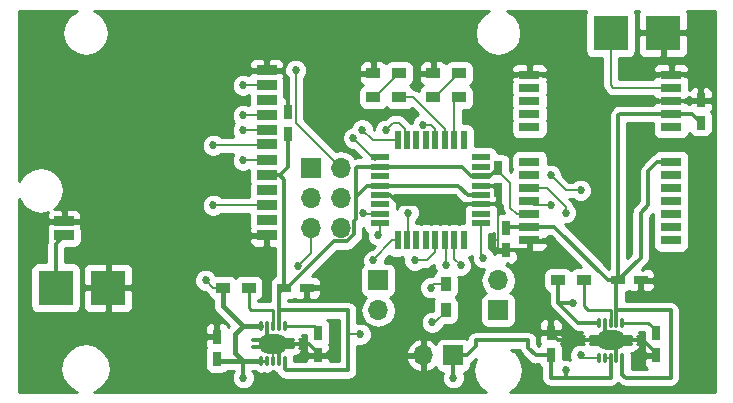
<source format=gtl>
G04 #@! TF.FileFunction,Copper,L1,Top,Signal*
%FSLAX46Y46*%
G04 Gerber Fmt 4.6, Leading zero omitted, Abs format (unit mm)*
G04 Created by KiCad (PCBNEW 4.0.7) date 05/06/18 23:55:50*
%MOMM*%
%LPD*%
G01*
G04 APERTURE LIST*
%ADD10C,0.100000*%
%ADD11R,1.798320X0.797560*%
%ADD12O,0.279400X0.848360*%
%ADD13O,2.397760X1.648460*%
%ADD14O,3.799840X0.279400*%
%ADD15R,1.700000X1.700000*%
%ADD16O,1.700000X1.700000*%
%ADD17R,0.750000X1.200000*%
%ADD18R,1.200000X0.750000*%
%ADD19R,1.200000X0.900000*%
%ADD20R,3.000000X3.000000*%
%ADD21R,1.676400X0.812800*%
%ADD22R,0.900000X1.200000*%
%ADD23R,1.600000X0.550000*%
%ADD24R,0.550000X1.600000*%
%ADD25C,0.685800*%
%ADD26C,0.300000*%
%ADD27C,0.400000*%
%ADD28C,0.152400*%
%ADD29C,0.250000*%
%ADD30C,0.254000*%
G04 APERTURE END LIST*
D10*
D11*
X228013260Y-184564020D03*
X228013260Y-183464200D03*
X228013260Y-182364380D03*
X228013260Y-181264560D03*
X228013260Y-180164740D03*
X228013260Y-179064920D03*
X228013260Y-177962560D03*
X228013260Y-174965360D03*
X228013260Y-173865540D03*
X228013260Y-172765720D03*
X228013260Y-171665900D03*
X228013260Y-170566080D03*
X216016840Y-170566080D03*
X216016840Y-171665900D03*
X216016840Y-172765720D03*
X216016840Y-173865540D03*
X216016840Y-174965360D03*
X216016840Y-177962560D03*
X216016840Y-179064920D03*
X216016840Y-180164740D03*
X216016840Y-181264560D03*
X216016840Y-182364380D03*
X216016840Y-183464200D03*
X216016840Y-184564020D03*
D12*
X223883220Y-191566800D03*
X223382840Y-191566800D03*
X222885000Y-191566800D03*
X222387160Y-191566800D03*
X221886780Y-191566800D03*
X221886780Y-194513200D03*
X222387160Y-194513200D03*
X222885000Y-194513200D03*
X223382840Y-194513200D03*
X223883220Y-194513200D03*
D13*
X222885000Y-193040000D03*
D14*
X222885000Y-193314320D03*
X222885000Y-192765680D03*
D12*
X195308220Y-191841120D03*
X194807840Y-191841120D03*
X194310000Y-191841120D03*
X193812160Y-191841120D03*
X193311780Y-191841120D03*
X193311780Y-194787520D03*
X193812160Y-194787520D03*
X194310000Y-194787520D03*
X194807840Y-194787520D03*
X195308220Y-194787520D03*
D13*
X194310000Y-193314320D03*
D14*
X194310000Y-193588640D03*
X194310000Y-193040000D03*
D15*
X209550000Y-194310000D03*
D16*
X207010000Y-194310000D03*
D17*
X189545000Y-194625000D03*
X189545000Y-192725000D03*
X198120000Y-192410000D03*
X198120000Y-194310000D03*
D18*
X195265000Y-188595000D03*
X197165000Y-188595000D03*
D17*
X217805000Y-194305000D03*
X217805000Y-192405000D03*
X226695000Y-192410000D03*
X226695000Y-194310000D03*
D18*
X223525000Y-187960000D03*
X225425000Y-187960000D03*
D17*
X213360000Y-178440000D03*
X213360000Y-180340000D03*
X213995000Y-183520000D03*
X213995000Y-185420000D03*
X195580000Y-175575000D03*
X195580000Y-173675000D03*
X230505000Y-172720000D03*
X230505000Y-174620000D03*
D19*
X207858000Y-170434000D03*
X210058000Y-170434000D03*
X202778000Y-170434000D03*
X204978000Y-170434000D03*
D20*
X180340000Y-188595000D03*
X175895000Y-188595000D03*
X227330000Y-167005000D03*
X222885000Y-167005000D03*
D15*
X213360000Y-190500000D03*
D16*
X213360000Y-187960000D03*
D19*
X190035000Y-188595000D03*
X192235000Y-188595000D03*
X218440000Y-187960000D03*
X220640000Y-187960000D03*
D21*
X176611280Y-184150000D03*
X176611280Y-182958740D03*
X193753740Y-184150000D03*
X193753740Y-170180000D03*
X193753740Y-181610000D03*
X193753740Y-180340000D03*
X193753740Y-182880000D03*
X193753740Y-172720000D03*
X193753740Y-173990000D03*
X193753740Y-175260000D03*
X193753740Y-176451260D03*
X193753740Y-171450000D03*
X193753740Y-177800000D03*
X193753740Y-179070000D03*
D22*
X208915000Y-188300000D03*
X208915000Y-190500000D03*
D19*
X207858000Y-172466000D03*
X210058000Y-172466000D03*
X202778000Y-172466000D03*
X204978000Y-172466000D03*
D23*
X211895000Y-183140000D03*
X211895000Y-182340000D03*
X211895000Y-181540000D03*
X211895000Y-180740000D03*
X211895000Y-179940000D03*
X211895000Y-179140000D03*
X211895000Y-178340000D03*
X211895000Y-177540000D03*
D24*
X210445000Y-176090000D03*
X209645000Y-176090000D03*
X208845000Y-176090000D03*
X208045000Y-176090000D03*
X207245000Y-176090000D03*
X206445000Y-176090000D03*
X205645000Y-176090000D03*
X204845000Y-176090000D03*
D23*
X203395000Y-177540000D03*
X203395000Y-178340000D03*
X203395000Y-179140000D03*
X203395000Y-179940000D03*
X203395000Y-180740000D03*
X203395000Y-181540000D03*
X203395000Y-182340000D03*
X203395000Y-183140000D03*
D24*
X204845000Y-184590000D03*
X205645000Y-184590000D03*
X206445000Y-184590000D03*
X207245000Y-184590000D03*
X208045000Y-184590000D03*
X208845000Y-184590000D03*
X209645000Y-184590000D03*
X210445000Y-184590000D03*
D15*
X197485000Y-178435000D03*
D16*
X200025000Y-178435000D03*
X197485000Y-180975000D03*
X200025000Y-180975000D03*
X197485000Y-183515000D03*
X200025000Y-183515000D03*
D15*
X203200000Y-187960000D03*
D16*
X203200000Y-190500000D03*
D25*
X191770000Y-196215000D03*
X209550000Y-196215000D03*
X219710000Y-189865000D03*
X219075000Y-195580000D03*
X188595000Y-187960000D03*
X196215000Y-170180000D03*
X201930000Y-194310000D03*
X199390000Y-193675000D03*
X191770000Y-183515000D03*
X201676000Y-192532000D03*
X207772000Y-191516000D03*
X205740000Y-182245000D03*
X217805000Y-179070000D03*
X220345000Y-180340000D03*
X220345000Y-194310000D03*
X201843381Y-175196510D03*
X191770000Y-177800000D03*
X201106775Y-175909987D03*
X191770000Y-175260000D03*
X212090000Y-186055000D03*
X189230000Y-181610000D03*
X202795880Y-186283611D03*
X191770000Y-173990000D03*
X203835000Y-175260000D03*
X189230000Y-176530000D03*
X207022631Y-174794688D03*
X191770000Y-171450000D03*
X219075000Y-182245006D03*
X201940310Y-182245000D03*
X203200000Y-184150000D03*
X217805000Y-181610000D03*
X196412196Y-186760196D03*
X206296494Y-186283611D03*
X207645000Y-188595000D03*
X208915000Y-186690000D03*
X210185000Y-186690000D03*
D26*
X216535000Y-194310000D02*
X216540000Y-194305000D01*
X216540000Y-194305000D02*
X217805000Y-194305000D01*
X215900000Y-193675000D02*
X216535000Y-194310000D01*
X215900000Y-193040000D02*
X215900000Y-193675000D01*
X211455000Y-193040000D02*
X215900000Y-193040000D01*
X211455000Y-193555000D02*
X211455000Y-193040000D01*
X209550000Y-194310000D02*
X210700000Y-194310000D01*
X210700000Y-194310000D02*
X211455000Y-193555000D01*
X209550000Y-194310000D02*
X209550000Y-196215000D01*
X191770000Y-196215000D02*
X191770000Y-194787520D01*
D27*
X191074698Y-192536422D02*
X191770000Y-191841120D01*
X191770000Y-194787520D02*
X191074698Y-194092218D01*
X191074698Y-194092218D02*
X191074698Y-192536422D01*
D26*
X219710000Y-189865000D02*
X218440000Y-189865000D01*
X219075000Y-196215000D02*
X222885000Y-196215000D01*
X217805000Y-196215000D02*
X219075000Y-196215000D01*
X219075000Y-196215000D02*
X219075000Y-195580000D01*
X221886780Y-191566800D02*
X220141800Y-191566800D01*
X220141800Y-191566800D02*
X218440000Y-189865000D01*
X218440000Y-189865000D02*
X218440000Y-187960000D01*
D28*
X222387160Y-194513200D02*
X222885000Y-194513200D01*
X189230000Y-188595000D02*
X188595000Y-187960000D01*
X190035000Y-188595000D02*
X189230000Y-188595000D01*
X200025000Y-178435000D02*
X196215000Y-174625000D01*
X196215000Y-174625000D02*
X196215000Y-170180000D01*
D26*
X209555000Y-194305000D02*
X209550000Y-194310000D01*
X217805000Y-194305000D02*
X217805000Y-196215000D01*
X222885000Y-196215000D02*
X222885000Y-194513200D01*
D27*
X193311780Y-194787520D02*
X189707520Y-194787520D01*
X189707520Y-194787520D02*
X189545000Y-194625000D01*
X191770000Y-191841120D02*
X193272450Y-191841120D01*
X191770000Y-191841120D02*
X190035000Y-190106120D01*
X190035000Y-190106120D02*
X190035000Y-188595000D01*
D29*
X191770000Y-194787520D02*
X193311780Y-194787520D01*
X190306780Y-188866780D02*
X190035000Y-188595000D01*
X193311780Y-194787520D02*
X193812160Y-194787520D01*
D28*
X213360000Y-180340000D02*
X213360000Y-185312400D01*
X213467600Y-185420000D02*
X213995000Y-185420000D01*
X213360000Y-185312400D02*
X213467600Y-185420000D01*
X194310000Y-193314320D02*
X194310000Y-194433910D01*
X194310000Y-193588640D02*
X194310000Y-193880740D01*
X194310000Y-193588640D02*
X194310000Y-193314320D01*
D26*
X213995000Y-185420000D02*
X215900000Y-185420000D01*
X215900000Y-185420000D02*
X216016840Y-185303160D01*
X216016840Y-185303160D02*
X216016840Y-184564020D01*
X201930000Y-194310000D02*
X207010000Y-194310000D01*
X198120000Y-194310000D02*
X198755000Y-194310000D01*
X198755000Y-194310000D02*
X199390000Y-193675000D01*
D28*
X191770000Y-183515000D02*
X192405000Y-184150000D01*
X192405000Y-184150000D02*
X193753740Y-184150000D01*
D26*
X195580000Y-173675000D02*
X195580000Y-170868060D01*
X195580000Y-170868060D02*
X194891940Y-170180000D01*
X194891940Y-170180000D02*
X193753740Y-170180000D01*
X211895000Y-181540000D02*
X205014322Y-181540000D01*
X205014322Y-181540000D02*
X204214322Y-180740000D01*
X204214322Y-180740000D02*
X203395000Y-180740000D01*
X211895000Y-181540000D02*
X213060000Y-181540000D01*
X213060000Y-181540000D02*
X213360000Y-181240000D01*
X213360000Y-181240000D02*
X213360000Y-180340000D01*
X213360000Y-180340000D02*
X212960000Y-179940000D01*
X212960000Y-179940000D02*
X211895000Y-179940000D01*
X194310000Y-193314320D02*
X197349320Y-193314320D01*
X197349320Y-193314320D02*
X198120000Y-194085000D01*
X198120000Y-194085000D02*
X198120000Y-194310000D01*
X222885000Y-193040000D02*
X218440000Y-193040000D01*
X218440000Y-193040000D02*
X217805000Y-192405000D01*
X222885000Y-193040000D02*
X225650000Y-193040000D01*
X225650000Y-193040000D02*
X226695000Y-194085000D01*
X226695000Y-194085000D02*
X226695000Y-194310000D01*
X222885000Y-193040000D02*
X223382840Y-193537840D01*
X223382840Y-193537840D02*
X223382840Y-194513200D01*
X222387160Y-191566800D02*
X222387160Y-192267840D01*
X222387160Y-192267840D02*
X222885000Y-192765680D01*
X193812160Y-191841120D02*
X193812160Y-192542160D01*
X193812160Y-192542160D02*
X194310000Y-193040000D01*
X194807840Y-194787520D02*
X194807840Y-194086480D01*
X194807840Y-194086480D02*
X194310000Y-193588640D01*
D29*
X198120000Y-192410000D02*
X198120000Y-192185000D01*
X198120000Y-192185000D02*
X197776120Y-191841120D01*
X197776120Y-191841120D02*
X195308220Y-191841120D01*
D28*
X216016840Y-182364380D02*
X214965280Y-182364380D01*
X214404018Y-181803118D02*
X214404018Y-179709018D01*
X214404018Y-179709018D02*
X213360000Y-178665000D01*
X214965280Y-182364380D02*
X214404018Y-181803118D01*
X213360000Y-178665000D02*
X213360000Y-178440000D01*
D26*
X200578153Y-184667401D02*
X201177401Y-184068153D01*
X195490000Y-188595000D02*
X199444723Y-184640277D01*
X195265000Y-188595000D02*
X195490000Y-188595000D01*
X201177401Y-182961847D02*
X201150277Y-182934723D01*
X199444723Y-184640277D02*
X199471847Y-184667401D01*
X199471847Y-184667401D02*
X200578153Y-184667401D01*
X201177401Y-184068153D02*
X201177401Y-182961847D01*
X201150277Y-182934723D02*
X201295000Y-182790000D01*
X201295000Y-182790000D02*
X201295000Y-180940000D01*
X200660000Y-190500000D02*
X200660000Y-192532000D01*
X200660000Y-192532000D02*
X200660000Y-195580000D01*
D28*
X201676000Y-192532000D02*
X200660000Y-192532000D01*
X208915000Y-190500000D02*
X208915000Y-190650000D01*
X208915000Y-190650000D02*
X208049000Y-191516000D01*
X208049000Y-191516000D02*
X207772000Y-191516000D01*
D26*
X194807840Y-190500000D02*
X200660000Y-190500000D01*
X200660000Y-195580000D02*
X195376520Y-195580000D01*
X195376520Y-195580000D02*
X195308220Y-195511700D01*
X195308220Y-195511700D02*
X195308220Y-194787520D01*
X195580000Y-175575000D02*
X195580000Y-178381940D01*
X195580000Y-178381940D02*
X194891940Y-179070000D01*
X211895000Y-180740000D02*
X210795000Y-180740000D01*
X210795000Y-180740000D02*
X209995000Y-179940000D01*
X209995000Y-179940000D02*
X203395000Y-179940000D01*
X211895000Y-179140000D02*
X212660000Y-179140000D01*
X212660000Y-179140000D02*
X213360000Y-178440000D01*
X203395000Y-178340000D02*
X210275678Y-178340000D01*
X210275678Y-178340000D02*
X211075678Y-179140000D01*
X211075678Y-179140000D02*
X211895000Y-179140000D01*
X201295000Y-178435000D02*
X201390000Y-178340000D01*
X201390000Y-178340000D02*
X203395000Y-178340000D01*
X201295000Y-180940000D02*
X201295000Y-178435000D01*
X201295000Y-180940000D02*
X202295000Y-179940000D01*
X202295000Y-179940000D02*
X203395000Y-179940000D01*
X194891940Y-179070000D02*
X193753740Y-179070000D01*
X195265000Y-188595000D02*
X195265000Y-179443060D01*
X195265000Y-179443060D02*
X194891940Y-179070000D01*
X194807840Y-190500000D02*
X194807840Y-189052160D01*
X194807840Y-191841120D02*
X194807840Y-190500000D01*
X194807840Y-189052160D02*
X195265000Y-188595000D01*
D29*
X223883220Y-191566800D02*
X225851800Y-191566800D01*
X225851800Y-191566800D02*
X225858600Y-191560000D01*
X225858600Y-191560000D02*
X226070000Y-191560000D01*
X226070000Y-191560000D02*
X226695000Y-192185000D01*
X226695000Y-192185000D02*
X226695000Y-192410000D01*
D28*
X205740000Y-182245000D02*
X205740000Y-184495000D01*
X205740000Y-184495000D02*
X205645000Y-184590000D01*
X220345000Y-180340000D02*
X219075000Y-180340000D01*
X219075000Y-180340000D02*
X217805000Y-179070000D01*
X221886780Y-194513200D02*
X220548200Y-194513200D01*
X220548200Y-194513200D02*
X220345000Y-194310000D01*
D26*
X218129200Y-183464200D02*
X216016840Y-183464200D01*
X223525000Y-187960000D02*
X222625000Y-187960000D01*
X222625000Y-187960000D02*
X218129200Y-183464200D01*
X228013260Y-173865540D02*
X229750540Y-173865540D01*
X229750540Y-173865540D02*
X230505000Y-174620000D01*
X223525000Y-173995000D02*
X223654460Y-173865540D01*
X223654460Y-173865540D02*
X228013260Y-173865540D01*
X223525000Y-187960000D02*
X223525000Y-173995000D01*
X223525000Y-187960000D02*
X225425000Y-186060000D01*
X225425000Y-186060000D02*
X225425000Y-182245000D01*
X225425000Y-182245000D02*
X226060000Y-181610000D01*
X226060000Y-181610000D02*
X226060000Y-178716660D01*
X226060000Y-178716660D02*
X226814100Y-177962560D01*
X226814100Y-177962560D02*
X228013260Y-177962560D01*
X216016840Y-183464200D02*
X214050800Y-183464200D01*
X214050800Y-183464200D02*
X213995000Y-183520000D01*
X227965000Y-190500000D02*
X223382840Y-190500000D01*
X223382840Y-191566800D02*
X223382840Y-190500000D01*
X223382840Y-190500000D02*
X223382840Y-188102160D01*
X223883220Y-194513200D02*
X223883220Y-195943220D01*
X223883220Y-195943220D02*
X224155000Y-196215000D01*
X224155000Y-196215000D02*
X227965000Y-196215000D01*
X227965000Y-196215000D02*
X227965000Y-190500000D01*
X223382840Y-188102160D02*
X223525000Y-187960000D01*
X175895000Y-188595000D02*
X175895000Y-184866280D01*
X175895000Y-184866280D02*
X176611280Y-184150000D01*
X176611280Y-184150000D02*
X176611280Y-184231280D01*
D28*
X202736871Y-176090000D02*
X201843381Y-175196510D01*
X204845000Y-176090000D02*
X202736871Y-176090000D01*
X191770000Y-177800000D02*
X193753740Y-177800000D01*
X202931788Y-177735000D02*
X201106775Y-175909987D01*
X203395000Y-177540000D02*
X202931788Y-177735000D01*
X191770000Y-175260000D02*
X193753740Y-175260000D01*
X211895000Y-185860000D02*
X212090000Y-186055000D01*
X211895000Y-183140000D02*
X211895000Y-185860000D01*
X193753740Y-181610000D02*
X189230000Y-181610000D01*
X204417600Y-184590000D02*
X202795880Y-186211720D01*
X204845000Y-184590000D02*
X204417600Y-184590000D01*
X202795880Y-186211720D02*
X202795880Y-186283611D01*
X193753740Y-173990000D02*
X191770000Y-173990000D01*
X205505000Y-175950000D02*
X205505000Y-175175067D01*
X205505000Y-175175067D02*
X204954933Y-174625000D01*
X204954933Y-174625000D02*
X204470000Y-174625000D01*
X204470000Y-174625000D02*
X203835000Y-175260000D01*
X189230000Y-176530000D02*
X193675000Y-176530000D01*
X193675000Y-176530000D02*
X193753740Y-176451260D01*
X207702088Y-174794688D02*
X207022631Y-174794688D01*
X208045000Y-175137600D02*
X207702088Y-174794688D01*
X208045000Y-176090000D02*
X208045000Y-175137600D01*
X193753740Y-171450000D02*
X191770000Y-171450000D01*
X219075000Y-181760073D02*
X219075000Y-182245006D01*
X216016840Y-180164740D02*
X217479667Y-180164740D01*
X217479667Y-180164740D02*
X219075000Y-181760073D01*
X203395000Y-182340000D02*
X202035310Y-182340000D01*
X202035310Y-182340000D02*
X201940310Y-182245000D01*
X203395000Y-183955000D02*
X203200000Y-184150000D01*
X203395000Y-183140000D02*
X203395000Y-183955000D01*
X217805000Y-181610000D02*
X216362280Y-181610000D01*
X216362280Y-181610000D02*
X216016840Y-181264560D01*
X197485000Y-183515000D02*
X197485000Y-185687392D01*
X197485000Y-185687392D02*
X196412196Y-186760196D01*
X208045000Y-184590000D02*
X208045000Y-185542400D01*
X207303789Y-186283611D02*
X206296494Y-186283611D01*
X208045000Y-185542400D02*
X207303789Y-186283611D01*
X207940000Y-188300000D02*
X207645000Y-188595000D01*
X208915000Y-188300000D02*
X207940000Y-188300000D01*
X207858000Y-172466000D02*
X208008000Y-172466000D01*
X208008000Y-172466000D02*
X210040000Y-170434000D01*
X210040000Y-170434000D02*
X210058000Y-170434000D01*
X202778000Y-172466000D02*
X202928000Y-172466000D01*
X202928000Y-172466000D02*
X204960000Y-170434000D01*
X204960000Y-170434000D02*
X204978000Y-170434000D01*
X209645000Y-176090000D02*
X209645000Y-172879000D01*
X209645000Y-172879000D02*
X210058000Y-172466000D01*
X204978000Y-172466000D02*
X206173400Y-172466000D01*
X206173400Y-172466000D02*
X208845000Y-175137600D01*
X208845000Y-175137600D02*
X208845000Y-176090000D01*
X223100900Y-171665900D02*
X222885000Y-171450000D01*
X222885000Y-171450000D02*
X222885000Y-167005000D01*
X228013260Y-171665900D02*
X223100900Y-171665900D01*
X208915000Y-186690000D02*
X208915000Y-184660000D01*
X208915000Y-184660000D02*
X208845000Y-184590000D01*
X209645000Y-184590000D02*
X209645000Y-186150000D01*
X209645000Y-186150000D02*
X210185000Y-186690000D01*
D29*
X194310000Y-191841120D02*
X194310000Y-190500000D01*
X194310000Y-190500000D02*
X192405000Y-190500000D01*
X192405000Y-190500000D02*
X192235000Y-190330000D01*
X192235000Y-190330000D02*
X192235000Y-188595000D01*
X220980000Y-190500000D02*
X220640000Y-190160000D01*
X220640000Y-190160000D02*
X220640000Y-187960000D01*
X222885000Y-190500000D02*
X220980000Y-190500000D01*
X222885000Y-191566800D02*
X222885000Y-190500000D01*
D30*
G36*
X177677287Y-165175719D02*
X177034929Y-165604929D01*
X176605719Y-166247287D01*
X176455000Y-167005000D01*
X176605719Y-167762713D01*
X177034929Y-168405071D01*
X177677287Y-168834281D01*
X178435000Y-168985000D01*
X179192713Y-168834281D01*
X179835071Y-168405071D01*
X180264281Y-167762713D01*
X180415000Y-167005000D01*
X180264281Y-166247287D01*
X179835071Y-165604929D01*
X179192713Y-165175719D01*
X179189098Y-165175000D01*
X212605902Y-165175000D01*
X212602287Y-165175719D01*
X211959929Y-165604929D01*
X211530719Y-166247287D01*
X211380000Y-167005000D01*
X211530719Y-167762713D01*
X211959929Y-168405071D01*
X212602287Y-168834281D01*
X213360000Y-168985000D01*
X214117713Y-168834281D01*
X214760071Y-168405071D01*
X215189281Y-167762713D01*
X215340000Y-167005000D01*
X215189281Y-166247287D01*
X214760071Y-165604929D01*
X214117713Y-165175719D01*
X214114098Y-165175000D01*
X220841939Y-165175000D01*
X220788569Y-165253110D01*
X220737560Y-165505000D01*
X220737560Y-168505000D01*
X220781838Y-168740317D01*
X220920910Y-168956441D01*
X221133110Y-169101431D01*
X221385000Y-169152440D01*
X222173800Y-169152440D01*
X222173800Y-171450000D01*
X222227937Y-171722165D01*
X222382106Y-171952894D01*
X222598006Y-172168795D01*
X222828736Y-172322963D01*
X223100900Y-172377100D01*
X226479100Y-172377100D01*
X226479100Y-172479970D01*
X226637850Y-172638720D01*
X226829440Y-172638720D01*
X226862210Y-172661111D01*
X227114100Y-172712120D01*
X228912420Y-172712120D01*
X229147737Y-172667842D01*
X229192994Y-172638720D01*
X229388670Y-172638720D01*
X229544070Y-172483320D01*
X229653750Y-172593000D01*
X230378000Y-172593000D01*
X230378000Y-171643750D01*
X230632000Y-171643750D01*
X230632000Y-172593000D01*
X231356250Y-172593000D01*
X231515000Y-172434250D01*
X231515000Y-171993691D01*
X231418327Y-171760302D01*
X231239699Y-171581673D01*
X231006310Y-171485000D01*
X230790750Y-171485000D01*
X230632000Y-171643750D01*
X230378000Y-171643750D01*
X230219250Y-171485000D01*
X230003690Y-171485000D01*
X229770301Y-171581673D01*
X229591673Y-171760302D01*
X229559860Y-171837105D01*
X229559860Y-171267120D01*
X229533208Y-171125479D01*
X229547420Y-171091169D01*
X229547420Y-170851830D01*
X229388670Y-170693080D01*
X229197080Y-170693080D01*
X229164310Y-170670689D01*
X228912420Y-170619680D01*
X227114100Y-170619680D01*
X226878783Y-170663958D01*
X226833526Y-170693080D01*
X226637850Y-170693080D01*
X226479100Y-170851830D01*
X226479100Y-170954700D01*
X223596200Y-170954700D01*
X223596200Y-170040991D01*
X226479100Y-170040991D01*
X226479100Y-170280330D01*
X226637850Y-170439080D01*
X227886260Y-170439080D01*
X227886260Y-169691050D01*
X228140260Y-169691050D01*
X228140260Y-170439080D01*
X229388670Y-170439080D01*
X229547420Y-170280330D01*
X229547420Y-170040991D01*
X229450747Y-169807602D01*
X229272119Y-169628973D01*
X229038730Y-169532300D01*
X228299010Y-169532300D01*
X228140260Y-169691050D01*
X227886260Y-169691050D01*
X227727510Y-169532300D01*
X226987790Y-169532300D01*
X226754401Y-169628973D01*
X226575773Y-169807602D01*
X226479100Y-170040991D01*
X223596200Y-170040991D01*
X223596200Y-169152440D01*
X224385000Y-169152440D01*
X224620317Y-169108162D01*
X224836441Y-168969090D01*
X224981431Y-168756890D01*
X225032440Y-168505000D01*
X225032440Y-167290750D01*
X225195000Y-167290750D01*
X225195000Y-168631309D01*
X225291673Y-168864698D01*
X225470301Y-169043327D01*
X225703690Y-169140000D01*
X227044250Y-169140000D01*
X227203000Y-168981250D01*
X227203000Y-167132000D01*
X227457000Y-167132000D01*
X227457000Y-168981250D01*
X227615750Y-169140000D01*
X228956310Y-169140000D01*
X229189699Y-169043327D01*
X229368327Y-168864698D01*
X229465000Y-168631309D01*
X229465000Y-167290750D01*
X229306250Y-167132000D01*
X227457000Y-167132000D01*
X227203000Y-167132000D01*
X225353750Y-167132000D01*
X225195000Y-167290750D01*
X225032440Y-167290750D01*
X225032440Y-165505000D01*
X224988162Y-165269683D01*
X224927235Y-165175000D01*
X225279372Y-165175000D01*
X225195000Y-165378691D01*
X225195000Y-166719250D01*
X225353750Y-166878000D01*
X227203000Y-166878000D01*
X227203000Y-166858000D01*
X227457000Y-166858000D01*
X227457000Y-166878000D01*
X229306250Y-166878000D01*
X229465000Y-166719250D01*
X229465000Y-165378691D01*
X229380628Y-165175000D01*
X231700000Y-165175000D01*
X231700000Y-197410000D01*
X214381272Y-197410000D01*
X214866069Y-197086069D01*
X215327774Y-196395079D01*
X215489903Y-195580000D01*
X215327774Y-194764921D01*
X214866069Y-194073931D01*
X214493518Y-193825000D01*
X215144837Y-193825000D01*
X215174755Y-193975407D01*
X215344921Y-194230079D01*
X215979921Y-194865079D01*
X216234593Y-195035245D01*
X216284435Y-195045159D01*
X216535000Y-195095001D01*
X216560141Y-195090000D01*
X216817370Y-195090000D01*
X216826838Y-195140317D01*
X216965910Y-195356441D01*
X217020000Y-195393399D01*
X217020000Y-196215000D01*
X217079755Y-196515406D01*
X217249921Y-196770079D01*
X217504594Y-196940245D01*
X217805000Y-197000000D01*
X222885000Y-197000000D01*
X223185406Y-196940245D01*
X223440079Y-196770079D01*
X223504102Y-196674260D01*
X223599921Y-196770079D01*
X223854593Y-196940245D01*
X224155000Y-197000000D01*
X227965000Y-197000000D01*
X228265406Y-196940245D01*
X228520079Y-196770079D01*
X228690245Y-196515406D01*
X228750000Y-196215000D01*
X228750000Y-190500000D01*
X228690245Y-190199594D01*
X228520079Y-189944921D01*
X228265406Y-189774755D01*
X227965000Y-189715000D01*
X224167840Y-189715000D01*
X224167840Y-188974379D01*
X224360317Y-188938162D01*
X224463646Y-188871671D01*
X224465302Y-188873327D01*
X224698691Y-188970000D01*
X225139250Y-188970000D01*
X225298000Y-188811250D01*
X225298000Y-188087000D01*
X225552000Y-188087000D01*
X225552000Y-188811250D01*
X225710750Y-188970000D01*
X226151309Y-188970000D01*
X226384698Y-188873327D01*
X226563327Y-188694699D01*
X226660000Y-188461310D01*
X226660000Y-188245750D01*
X226501250Y-188087000D01*
X225552000Y-188087000D01*
X225298000Y-188087000D01*
X225278000Y-188087000D01*
X225278000Y-187833000D01*
X225298000Y-187833000D01*
X225298000Y-187813000D01*
X225552000Y-187813000D01*
X225552000Y-187833000D01*
X226501250Y-187833000D01*
X226660000Y-187674250D01*
X226660000Y-187458690D01*
X226563327Y-187225301D01*
X226384698Y-187046673D01*
X226151309Y-186950000D01*
X225710750Y-186950000D01*
X225552002Y-187108748D01*
X225552002Y-187043156D01*
X225980079Y-186615079D01*
X226150245Y-186360406D01*
X226210000Y-186060000D01*
X226210000Y-182570158D01*
X226466660Y-182313498D01*
X226466660Y-182763160D01*
X226496141Y-182919838D01*
X226466660Y-183065420D01*
X226466660Y-183862980D01*
X226496141Y-184019658D01*
X226466660Y-184165240D01*
X226466660Y-184962800D01*
X226510938Y-185198117D01*
X226650010Y-185414241D01*
X226862210Y-185559231D01*
X227114100Y-185610240D01*
X228912420Y-185610240D01*
X229147737Y-185565962D01*
X229363861Y-185426890D01*
X229508851Y-185214690D01*
X229559860Y-184962800D01*
X229559860Y-184165240D01*
X229530379Y-184008562D01*
X229559860Y-183862980D01*
X229559860Y-183065420D01*
X229530379Y-182908742D01*
X229559860Y-182763160D01*
X229559860Y-181965600D01*
X229530379Y-181808922D01*
X229559860Y-181663340D01*
X229559860Y-180865780D01*
X229530379Y-180709102D01*
X229559860Y-180563520D01*
X229559860Y-179765960D01*
X229530379Y-179609282D01*
X229559860Y-179463700D01*
X229559860Y-178666140D01*
X229530131Y-178508145D01*
X229559860Y-178361340D01*
X229559860Y-177563780D01*
X229515582Y-177328463D01*
X229376510Y-177112339D01*
X229164310Y-176967349D01*
X228912420Y-176916340D01*
X227114100Y-176916340D01*
X226878783Y-176960618D01*
X226662659Y-177099690D01*
X226577264Y-177224670D01*
X226513694Y-177237315D01*
X226338927Y-177354090D01*
X226259021Y-177407481D01*
X225504921Y-178161581D01*
X225334755Y-178416253D01*
X225295574Y-178613230D01*
X225275000Y-178716660D01*
X225275000Y-181284842D01*
X224869921Y-181689921D01*
X224699755Y-181944593D01*
X224670391Y-182092215D01*
X224640000Y-182245000D01*
X224640000Y-185734842D01*
X224310000Y-186064842D01*
X224310000Y-174650540D01*
X226466660Y-174650540D01*
X226466660Y-175364140D01*
X226510938Y-175599457D01*
X226650010Y-175815581D01*
X226862210Y-175960571D01*
X227114100Y-176011580D01*
X228912420Y-176011580D01*
X229147737Y-175967302D01*
X229363861Y-175828230D01*
X229508851Y-175616030D01*
X229537911Y-175472526D01*
X229665910Y-175671441D01*
X229878110Y-175816431D01*
X230130000Y-175867440D01*
X230880000Y-175867440D01*
X231115317Y-175823162D01*
X231331441Y-175684090D01*
X231476431Y-175471890D01*
X231527440Y-175220000D01*
X231527440Y-174020000D01*
X231483162Y-173784683D01*
X231416671Y-173681354D01*
X231418327Y-173679698D01*
X231515000Y-173446309D01*
X231515000Y-173005750D01*
X231356250Y-172847000D01*
X230632000Y-172847000D01*
X230632000Y-172867000D01*
X230378000Y-172867000D01*
X230378000Y-172847000D01*
X229653750Y-172847000D01*
X229498350Y-173002400D01*
X229388670Y-172892720D01*
X229197080Y-172892720D01*
X229164310Y-172870329D01*
X228912420Y-172819320D01*
X227114100Y-172819320D01*
X226878783Y-172863598D01*
X226833526Y-172892720D01*
X226637850Y-172892720D01*
X226479100Y-173051470D01*
X226479100Y-173080540D01*
X223654460Y-173080540D01*
X223354053Y-173140295D01*
X223099381Y-173310461D01*
X222969921Y-173439921D01*
X222799755Y-173694593D01*
X222775415Y-173816958D01*
X222740000Y-173995000D01*
X222740000Y-186964842D01*
X218997997Y-183222839D01*
X219268663Y-183223075D01*
X219628212Y-183074513D01*
X219903540Y-182799665D01*
X220052730Y-182440376D01*
X220053069Y-182051343D01*
X219904507Y-181691794D01*
X219739799Y-181526798D01*
X219732063Y-181487909D01*
X219713415Y-181460000D01*
X219577895Y-181257179D01*
X219371916Y-181051200D01*
X219673206Y-181051200D01*
X219790341Y-181168540D01*
X220149630Y-181317730D01*
X220538663Y-181318069D01*
X220898212Y-181169507D01*
X221173540Y-180894659D01*
X221322730Y-180535370D01*
X221323069Y-180146337D01*
X221174507Y-179786788D01*
X220899659Y-179511460D01*
X220540370Y-179362270D01*
X220151337Y-179361931D01*
X219791788Y-179510493D01*
X219673274Y-179628800D01*
X219369589Y-179628800D01*
X218782925Y-179042136D01*
X218783069Y-178876337D01*
X218634507Y-178516788D01*
X218359659Y-178241460D01*
X218000370Y-178092270D01*
X217611337Y-178091931D01*
X217563440Y-178111722D01*
X217563440Y-177563780D01*
X217519162Y-177328463D01*
X217380090Y-177112339D01*
X217167890Y-176967349D01*
X216916000Y-176916340D01*
X215117680Y-176916340D01*
X214882363Y-176960618D01*
X214666239Y-177099690D01*
X214521249Y-177311890D01*
X214470240Y-177563780D01*
X214470240Y-178361340D01*
X214499969Y-178519335D01*
X214470240Y-178666140D01*
X214470240Y-178769451D01*
X214382440Y-178681652D01*
X214382440Y-177840000D01*
X214338162Y-177604683D01*
X214199090Y-177388559D01*
X213986890Y-177243569D01*
X213735000Y-177192560D01*
X213328809Y-177192560D01*
X213298162Y-177029683D01*
X213159090Y-176813559D01*
X212946890Y-176668569D01*
X212695000Y-176617560D01*
X211367440Y-176617560D01*
X211367440Y-175290000D01*
X211323162Y-175054683D01*
X211184090Y-174838559D01*
X210971890Y-174693569D01*
X210720000Y-174642560D01*
X210356200Y-174642560D01*
X210356200Y-173563440D01*
X210658000Y-173563440D01*
X210893317Y-173519162D01*
X211109441Y-173380090D01*
X211254431Y-173167890D01*
X211305440Y-172916000D01*
X211305440Y-172016000D01*
X211261162Y-171780683D01*
X211122090Y-171564559D01*
X210952798Y-171448887D01*
X211109441Y-171348090D01*
X211164765Y-171267120D01*
X214470240Y-171267120D01*
X214470240Y-172064680D01*
X214499721Y-172221358D01*
X214470240Y-172366940D01*
X214470240Y-173164500D01*
X214499721Y-173321178D01*
X214470240Y-173466760D01*
X214470240Y-174264320D01*
X214499721Y-174420998D01*
X214470240Y-174566580D01*
X214470240Y-175364140D01*
X214514518Y-175599457D01*
X214653590Y-175815581D01*
X214865790Y-175960571D01*
X215117680Y-176011580D01*
X216916000Y-176011580D01*
X217151317Y-175967302D01*
X217367441Y-175828230D01*
X217512431Y-175616030D01*
X217563440Y-175364140D01*
X217563440Y-174566580D01*
X217533959Y-174409902D01*
X217563440Y-174264320D01*
X217563440Y-173466760D01*
X217533959Y-173310082D01*
X217563440Y-173164500D01*
X217563440Y-172366940D01*
X217533959Y-172210262D01*
X217563440Y-172064680D01*
X217563440Y-171267120D01*
X217536788Y-171125479D01*
X217551000Y-171091169D01*
X217551000Y-170851830D01*
X217392250Y-170693080D01*
X217200660Y-170693080D01*
X217167890Y-170670689D01*
X216916000Y-170619680D01*
X215117680Y-170619680D01*
X214882363Y-170663958D01*
X214837106Y-170693080D01*
X214641430Y-170693080D01*
X214482680Y-170851830D01*
X214482680Y-171091169D01*
X214498256Y-171128773D01*
X214470240Y-171267120D01*
X211164765Y-171267120D01*
X211254431Y-171135890D01*
X211305440Y-170884000D01*
X211305440Y-170040991D01*
X214482680Y-170040991D01*
X214482680Y-170280330D01*
X214641430Y-170439080D01*
X215889840Y-170439080D01*
X215889840Y-169691050D01*
X216143840Y-169691050D01*
X216143840Y-170439080D01*
X217392250Y-170439080D01*
X217551000Y-170280330D01*
X217551000Y-170040991D01*
X217454327Y-169807602D01*
X217275699Y-169628973D01*
X217042310Y-169532300D01*
X216302590Y-169532300D01*
X216143840Y-169691050D01*
X215889840Y-169691050D01*
X215731090Y-169532300D01*
X214991370Y-169532300D01*
X214757981Y-169628973D01*
X214579353Y-169807602D01*
X214482680Y-170040991D01*
X211305440Y-170040991D01*
X211305440Y-169984000D01*
X211261162Y-169748683D01*
X211122090Y-169532559D01*
X210909890Y-169387569D01*
X210658000Y-169336560D01*
X209458000Y-169336560D01*
X209222683Y-169380838D01*
X209006559Y-169519910D01*
X208960031Y-169588006D01*
X208817698Y-169445673D01*
X208584309Y-169349000D01*
X208143750Y-169349000D01*
X207985000Y-169507750D01*
X207985000Y-170307000D01*
X208005000Y-170307000D01*
X208005000Y-170561000D01*
X207985000Y-170561000D01*
X207985000Y-170581000D01*
X207731000Y-170581000D01*
X207731000Y-170561000D01*
X206781750Y-170561000D01*
X206623000Y-170719750D01*
X206623000Y-171010310D01*
X206719673Y-171243699D01*
X206898302Y-171422327D01*
X206965002Y-171449955D01*
X206806559Y-171551910D01*
X206661569Y-171764110D01*
X206627829Y-171930723D01*
X206445565Y-171808937D01*
X206173400Y-171754800D01*
X206164507Y-171754800D01*
X206042090Y-171564559D01*
X205872798Y-171448887D01*
X206029441Y-171348090D01*
X206174431Y-171135890D01*
X206225440Y-170884000D01*
X206225440Y-169984000D01*
X206201674Y-169857690D01*
X206623000Y-169857690D01*
X206623000Y-170148250D01*
X206781750Y-170307000D01*
X207731000Y-170307000D01*
X207731000Y-169507750D01*
X207572250Y-169349000D01*
X207131691Y-169349000D01*
X206898302Y-169445673D01*
X206719673Y-169624301D01*
X206623000Y-169857690D01*
X206201674Y-169857690D01*
X206181162Y-169748683D01*
X206042090Y-169532559D01*
X205829890Y-169387569D01*
X205578000Y-169336560D01*
X204378000Y-169336560D01*
X204142683Y-169380838D01*
X203926559Y-169519910D01*
X203880031Y-169588006D01*
X203737698Y-169445673D01*
X203504309Y-169349000D01*
X203063750Y-169349000D01*
X202905000Y-169507750D01*
X202905000Y-170307000D01*
X202925000Y-170307000D01*
X202925000Y-170561000D01*
X202905000Y-170561000D01*
X202905000Y-170581000D01*
X202651000Y-170581000D01*
X202651000Y-170561000D01*
X201701750Y-170561000D01*
X201543000Y-170719750D01*
X201543000Y-171010310D01*
X201639673Y-171243699D01*
X201818302Y-171422327D01*
X201885002Y-171449955D01*
X201726559Y-171551910D01*
X201581569Y-171764110D01*
X201530560Y-172016000D01*
X201530560Y-172916000D01*
X201574838Y-173151317D01*
X201713910Y-173367441D01*
X201926110Y-173512431D01*
X202178000Y-173563440D01*
X203378000Y-173563440D01*
X203613317Y-173519162D01*
X203829441Y-173380090D01*
X203877134Y-173310289D01*
X203913910Y-173367441D01*
X204126110Y-173512431D01*
X204378000Y-173563440D01*
X205578000Y-173563440D01*
X205813317Y-173519162D01*
X206029441Y-173380090D01*
X206050655Y-173349043D01*
X206609085Y-173907473D01*
X206469419Y-173965181D01*
X206194091Y-174240029D01*
X206044901Y-174599318D01*
X206044843Y-174666110D01*
X206040411Y-174666944D01*
X205993080Y-174657359D01*
X205457827Y-174122106D01*
X205227098Y-173967937D01*
X204954933Y-173913800D01*
X204470000Y-173913800D01*
X204197836Y-173967937D01*
X203967106Y-174122105D01*
X203807136Y-174282075D01*
X203641337Y-174281931D01*
X203281788Y-174430493D01*
X203006460Y-174705341D01*
X202857270Y-175064630D01*
X202857148Y-175204489D01*
X202821306Y-175168646D01*
X202821450Y-175002847D01*
X202672888Y-174643298D01*
X202398040Y-174367970D01*
X202038751Y-174218780D01*
X201649718Y-174218441D01*
X201290169Y-174367003D01*
X201014841Y-174641851D01*
X200890518Y-174941254D01*
X200553563Y-175080480D01*
X200278235Y-175355328D01*
X200129045Y-175714617D01*
X200128706Y-176103650D01*
X200277268Y-176463199D01*
X200552116Y-176738527D01*
X200911405Y-176887717D01*
X201078863Y-176887863D01*
X201746000Y-177555000D01*
X201390000Y-177555000D01*
X201237978Y-177585239D01*
X201104147Y-177384946D01*
X200622378Y-177063039D01*
X200054093Y-176950000D01*
X199995907Y-176950000D01*
X199620468Y-177024679D01*
X196926200Y-174330412D01*
X196926200Y-170851794D01*
X197043540Y-170734659D01*
X197192730Y-170375370D01*
X197193069Y-169986337D01*
X197139914Y-169857690D01*
X201543000Y-169857690D01*
X201543000Y-170148250D01*
X201701750Y-170307000D01*
X202651000Y-170307000D01*
X202651000Y-169507750D01*
X202492250Y-169349000D01*
X202051691Y-169349000D01*
X201818302Y-169445673D01*
X201639673Y-169624301D01*
X201543000Y-169857690D01*
X197139914Y-169857690D01*
X197044507Y-169626788D01*
X196769659Y-169351460D01*
X196410370Y-169202270D01*
X196021337Y-169201931D01*
X195661788Y-169350493D01*
X195386460Y-169625341D01*
X195237270Y-169984630D01*
X195236931Y-170373663D01*
X195385493Y-170733212D01*
X195503800Y-170851726D01*
X195503800Y-172440000D01*
X195452998Y-172440000D01*
X195452998Y-172598748D01*
X195294250Y-172440000D01*
X195239380Y-172440000D01*
X195239380Y-172313600D01*
X195195102Y-172078283D01*
X195194604Y-172077509D01*
X195239380Y-171856400D01*
X195239380Y-171043600D01*
X195195102Y-170808283D01*
X195190387Y-170800956D01*
X195226940Y-170712710D01*
X195226940Y-170465750D01*
X195068190Y-170307000D01*
X193880740Y-170307000D01*
X193880740Y-170327000D01*
X193626740Y-170327000D01*
X193626740Y-170307000D01*
X192439290Y-170307000D01*
X192280540Y-170465750D01*
X192280540Y-170603140D01*
X191965370Y-170472270D01*
X191576337Y-170471931D01*
X191216788Y-170620493D01*
X190941460Y-170895341D01*
X190792270Y-171254630D01*
X190791931Y-171643663D01*
X190940493Y-172003212D01*
X191215341Y-172278540D01*
X191574630Y-172427730D01*
X191963663Y-172428069D01*
X192270602Y-172301245D01*
X192268100Y-172313600D01*
X192268100Y-173126400D01*
X192270463Y-173138956D01*
X191965370Y-173012270D01*
X191576337Y-173011931D01*
X191216788Y-173160493D01*
X190941460Y-173435341D01*
X190792270Y-173794630D01*
X190791931Y-174183663D01*
X190940493Y-174543212D01*
X191022040Y-174624901D01*
X190941460Y-174705341D01*
X190792270Y-175064630D01*
X190791931Y-175453663D01*
X190940493Y-175813212D01*
X190946071Y-175818800D01*
X189901794Y-175818800D01*
X189784659Y-175701460D01*
X189425370Y-175552270D01*
X189036337Y-175551931D01*
X188676788Y-175700493D01*
X188401460Y-175975341D01*
X188252270Y-176334630D01*
X188251931Y-176723663D01*
X188400493Y-177083212D01*
X188675341Y-177358540D01*
X189034630Y-177507730D01*
X189423663Y-177508069D01*
X189783212Y-177359507D01*
X189901726Y-177241200D01*
X190945608Y-177241200D01*
X190941460Y-177245341D01*
X190792270Y-177604630D01*
X190791931Y-177993663D01*
X190940493Y-178353212D01*
X191215341Y-178628540D01*
X191574630Y-178777730D01*
X191963663Y-178778069D01*
X192270602Y-178651245D01*
X192268100Y-178663600D01*
X192268100Y-179476400D01*
X192312378Y-179711717D01*
X192312876Y-179712491D01*
X192268100Y-179933600D01*
X192268100Y-180746400D01*
X192296776Y-180898800D01*
X189901794Y-180898800D01*
X189784659Y-180781460D01*
X189425370Y-180632270D01*
X189036337Y-180631931D01*
X188676788Y-180780493D01*
X188401460Y-181055341D01*
X188252270Y-181414630D01*
X188251931Y-181803663D01*
X188400493Y-182163212D01*
X188675341Y-182438540D01*
X189034630Y-182587730D01*
X189423663Y-182588069D01*
X189783212Y-182439507D01*
X189901726Y-182321200D01*
X192298962Y-182321200D01*
X192268100Y-182473600D01*
X192268100Y-183286400D01*
X192312378Y-183521717D01*
X192317093Y-183529044D01*
X192280540Y-183617290D01*
X192280540Y-183864250D01*
X192439290Y-184023000D01*
X193626740Y-184023000D01*
X193626740Y-184003000D01*
X193880740Y-184003000D01*
X193880740Y-184023000D01*
X193900740Y-184023000D01*
X193900740Y-184277000D01*
X193880740Y-184277000D01*
X193880740Y-185032650D01*
X194039490Y-185191400D01*
X194480000Y-185191400D01*
X194480000Y-187607370D01*
X194429683Y-187616838D01*
X194213559Y-187755910D01*
X194068569Y-187968110D01*
X194017560Y-188220000D01*
X194017560Y-188970000D01*
X194028071Y-189025862D01*
X194022840Y-189052160D01*
X194022840Y-189740000D01*
X192995000Y-189740000D01*
X192995000Y-189662334D01*
X193070317Y-189648162D01*
X193286441Y-189509090D01*
X193431431Y-189296890D01*
X193482440Y-189045000D01*
X193482440Y-188145000D01*
X193438162Y-187909683D01*
X193299090Y-187693559D01*
X193086890Y-187548569D01*
X192835000Y-187497560D01*
X191635000Y-187497560D01*
X191399683Y-187541838D01*
X191183559Y-187680910D01*
X191135866Y-187750711D01*
X191099090Y-187693559D01*
X190886890Y-187548569D01*
X190635000Y-187497560D01*
X189462013Y-187497560D01*
X189424507Y-187406788D01*
X189149659Y-187131460D01*
X188790370Y-186982270D01*
X188401337Y-186981931D01*
X188041788Y-187130493D01*
X187766460Y-187405341D01*
X187617270Y-187764630D01*
X187616931Y-188153663D01*
X187765493Y-188513212D01*
X188040341Y-188788540D01*
X188399630Y-188937730D01*
X188567087Y-188937876D01*
X188727106Y-189097895D01*
X188807638Y-189151704D01*
X188831838Y-189280317D01*
X188970910Y-189496441D01*
X189183110Y-189641431D01*
X189200000Y-189644851D01*
X189200000Y-190106120D01*
X189263561Y-190425661D01*
X189360841Y-190571250D01*
X189444566Y-190696554D01*
X190589132Y-191841120D01*
X190518846Y-191911406D01*
X190458327Y-191765302D01*
X190279699Y-191586673D01*
X190046310Y-191490000D01*
X189830750Y-191490000D01*
X189672000Y-191648750D01*
X189672000Y-192598000D01*
X189692000Y-192598000D01*
X189692000Y-192852000D01*
X189672000Y-192852000D01*
X189672000Y-192872000D01*
X189418000Y-192872000D01*
X189418000Y-192852000D01*
X188693750Y-192852000D01*
X188535000Y-193010750D01*
X188535000Y-193451309D01*
X188631673Y-193684698D01*
X188633043Y-193686068D01*
X188573569Y-193773110D01*
X188522560Y-194025000D01*
X188522560Y-195225000D01*
X188566838Y-195460317D01*
X188705910Y-195676441D01*
X188918110Y-195821431D01*
X189170000Y-195872440D01*
X189920000Y-195872440D01*
X190155317Y-195828162D01*
X190371441Y-195689090D01*
X190416926Y-195622520D01*
X190979347Y-195622520D01*
X190941460Y-195660341D01*
X190792270Y-196019630D01*
X190791931Y-196408663D01*
X190940493Y-196768212D01*
X191215341Y-197043540D01*
X191574630Y-197192730D01*
X191963663Y-197193069D01*
X192323212Y-197044507D01*
X192598540Y-196769659D01*
X192747730Y-196410370D01*
X192748069Y-196021337D01*
X192599507Y-195661788D01*
X192560307Y-195622520D01*
X192751939Y-195622520D01*
X192763984Y-195640547D01*
X193015315Y-195808480D01*
X193311780Y-195867451D01*
X193561970Y-195817685D01*
X193812160Y-195867451D01*
X194093041Y-195811580D01*
X194120314Y-195823119D01*
X194165857Y-195770239D01*
X194314009Y-195671248D01*
X194349847Y-195709599D01*
X194431769Y-195744260D01*
X194499686Y-195823119D01*
X194558920Y-195798057D01*
X194582134Y-195807879D01*
X194582975Y-195812107D01*
X194753141Y-196066779D01*
X194821441Y-196135079D01*
X195076114Y-196305245D01*
X195376520Y-196365000D01*
X200660000Y-196365000D01*
X200960406Y-196305245D01*
X201215079Y-196135079D01*
X201385245Y-195880406D01*
X201445000Y-195580000D01*
X201445000Y-194666892D01*
X205568514Y-194666892D01*
X205814817Y-195191358D01*
X206243076Y-195581645D01*
X206653110Y-195751476D01*
X206883000Y-195630155D01*
X206883000Y-194437000D01*
X205689181Y-194437000D01*
X205568514Y-194666892D01*
X201445000Y-194666892D01*
X201445000Y-193953108D01*
X205568514Y-193953108D01*
X205689181Y-194183000D01*
X206883000Y-194183000D01*
X206883000Y-192989845D01*
X206653110Y-192868524D01*
X206243076Y-193038355D01*
X205814817Y-193428642D01*
X205568514Y-193953108D01*
X201445000Y-193953108D01*
X201445000Y-193494935D01*
X201480630Y-193509730D01*
X201869663Y-193510069D01*
X202229212Y-193361507D01*
X202504540Y-193086659D01*
X202653730Y-192727370D01*
X202654069Y-192338337D01*
X202505507Y-191978788D01*
X202230659Y-191703460D01*
X201871370Y-191554270D01*
X201482337Y-191553931D01*
X201445000Y-191569358D01*
X201445000Y-190500000D01*
X201385245Y-190199594D01*
X201215079Y-189944921D01*
X200960406Y-189774755D01*
X200660000Y-189715000D01*
X195592840Y-189715000D01*
X195592840Y-189617440D01*
X195865000Y-189617440D01*
X196100317Y-189573162D01*
X196203646Y-189506671D01*
X196205302Y-189508327D01*
X196438691Y-189605000D01*
X196879250Y-189605000D01*
X197038000Y-189446250D01*
X197038000Y-188722000D01*
X197292000Y-188722000D01*
X197292000Y-189446250D01*
X197450750Y-189605000D01*
X197891309Y-189605000D01*
X198124698Y-189508327D01*
X198303327Y-189329699D01*
X198400000Y-189096310D01*
X198400000Y-188880750D01*
X198241250Y-188722000D01*
X197292000Y-188722000D01*
X197038000Y-188722000D01*
X197018000Y-188722000D01*
X197018000Y-188468000D01*
X197038000Y-188468000D01*
X197038000Y-188448000D01*
X197292000Y-188448000D01*
X197292000Y-188468000D01*
X198241250Y-188468000D01*
X198400000Y-188309250D01*
X198400000Y-188093690D01*
X198303327Y-187860301D01*
X198124698Y-187681673D01*
X197891309Y-187585000D01*
X197610158Y-187585000D01*
X199742757Y-185452401D01*
X200578153Y-185452401D01*
X200878560Y-185392646D01*
X201133232Y-185222480D01*
X201732480Y-184623232D01*
X201902646Y-184368559D01*
X201962401Y-184068153D01*
X201962401Y-183493873D01*
X201991838Y-183650317D01*
X202130910Y-183866441D01*
X202230604Y-183934559D01*
X202222270Y-183954630D01*
X202221931Y-184343663D01*
X202370493Y-184703212D01*
X202645341Y-184978540D01*
X202912385Y-185089427D01*
X202696188Y-185305624D01*
X202602217Y-185305542D01*
X202242668Y-185454104D01*
X201967340Y-185728952D01*
X201818150Y-186088241D01*
X201817811Y-186477274D01*
X201891661Y-186656005D01*
X201753569Y-186858110D01*
X201702560Y-187110000D01*
X201702560Y-188810000D01*
X201746838Y-189045317D01*
X201885910Y-189261441D01*
X202098110Y-189406431D01*
X202165541Y-189420086D01*
X202120853Y-189449946D01*
X201798946Y-189931715D01*
X201685907Y-190500000D01*
X201798946Y-191068285D01*
X202120853Y-191550054D01*
X202602622Y-191871961D01*
X203170907Y-191985000D01*
X203229093Y-191985000D01*
X203797378Y-191871961D01*
X204279147Y-191550054D01*
X204601054Y-191068285D01*
X204714093Y-190500000D01*
X204601054Y-189931715D01*
X204279147Y-189449946D01*
X204237548Y-189422150D01*
X204285317Y-189413162D01*
X204501441Y-189274090D01*
X204646431Y-189061890D01*
X204697440Y-188810000D01*
X204697440Y-187110000D01*
X204653162Y-186874683D01*
X204514090Y-186658559D01*
X204301890Y-186513569D01*
X204050000Y-186462560D01*
X203773624Y-186462560D01*
X203773819Y-186239570D01*
X204145142Y-185868247D01*
X204318110Y-185986431D01*
X204570000Y-186037440D01*
X205120000Y-186037440D01*
X205249589Y-186013056D01*
X205342196Y-186031810D01*
X205318764Y-186088241D01*
X205318425Y-186477274D01*
X205466987Y-186836823D01*
X205741835Y-187112151D01*
X206101124Y-187261341D01*
X206490157Y-187261680D01*
X206849706Y-187113118D01*
X206968220Y-186994811D01*
X207303789Y-186994811D01*
X207575954Y-186940674D01*
X207806683Y-186786505D01*
X207937129Y-186656059D01*
X207936931Y-186883663D01*
X208068001Y-187200878D01*
X208013559Y-187235910D01*
X207868569Y-187448110D01*
X207835885Y-187609510D01*
X207797061Y-187617232D01*
X207451337Y-187616931D01*
X207091788Y-187765493D01*
X206816460Y-188040341D01*
X206667270Y-188399630D01*
X206666931Y-188788663D01*
X206815493Y-189148212D01*
X207090341Y-189423540D01*
X207449630Y-189572730D01*
X207838663Y-189573069D01*
X207951777Y-189526332D01*
X207868569Y-189648110D01*
X207817560Y-189900000D01*
X207817560Y-190538139D01*
X207578337Y-190537931D01*
X207218788Y-190686493D01*
X206943460Y-190961341D01*
X206794270Y-191320630D01*
X206793931Y-191709663D01*
X206942493Y-192069212D01*
X207217341Y-192344540D01*
X207576630Y-192493730D01*
X207965663Y-192494069D01*
X208325212Y-192345507D01*
X208600540Y-192070659D01*
X208671841Y-191898947D01*
X208823348Y-191747440D01*
X209365000Y-191747440D01*
X209600317Y-191703162D01*
X209816441Y-191564090D01*
X209961431Y-191351890D01*
X210012440Y-191100000D01*
X210012440Y-189900000D01*
X209968162Y-189664683D01*
X209829090Y-189448559D01*
X209759289Y-189400866D01*
X209816441Y-189364090D01*
X209961431Y-189151890D01*
X210012440Y-188900000D01*
X210012440Y-187700000D01*
X210006371Y-187667745D01*
X210378663Y-187668069D01*
X210738212Y-187519507D01*
X211013540Y-187244659D01*
X211162730Y-186885370D01*
X211163069Y-186496337D01*
X211014507Y-186136788D01*
X210884444Y-186006498D01*
X210955317Y-185993162D01*
X211112242Y-185892184D01*
X211111931Y-186248663D01*
X211260493Y-186608212D01*
X211535341Y-186883540D01*
X211894630Y-187032730D01*
X212198635Y-187032995D01*
X211958946Y-187391715D01*
X211845907Y-187960000D01*
X211958946Y-188528285D01*
X212280853Y-189010054D01*
X212322452Y-189037850D01*
X212274683Y-189046838D01*
X212058559Y-189185910D01*
X211913569Y-189398110D01*
X211862560Y-189650000D01*
X211862560Y-191350000D01*
X211906838Y-191585317D01*
X212045910Y-191801441D01*
X212258110Y-191946431D01*
X212510000Y-191997440D01*
X214210000Y-191997440D01*
X214445317Y-191953162D01*
X214661441Y-191814090D01*
X214753955Y-191678691D01*
X216795000Y-191678691D01*
X216795000Y-192119250D01*
X216953750Y-192278000D01*
X217678000Y-192278000D01*
X217678000Y-191328750D01*
X217932000Y-191328750D01*
X217932000Y-192278000D01*
X218656250Y-192278000D01*
X218815000Y-192119250D01*
X218815000Y-191678691D01*
X218718327Y-191445302D01*
X218539699Y-191266673D01*
X218306310Y-191170000D01*
X218090750Y-191170000D01*
X217932000Y-191328750D01*
X217678000Y-191328750D01*
X217519250Y-191170000D01*
X217303690Y-191170000D01*
X217070301Y-191266673D01*
X216891673Y-191445302D01*
X216795000Y-191678691D01*
X214753955Y-191678691D01*
X214806431Y-191601890D01*
X214857440Y-191350000D01*
X214857440Y-189650000D01*
X214813162Y-189414683D01*
X214674090Y-189198559D01*
X214461890Y-189053569D01*
X214394459Y-189039914D01*
X214439147Y-189010054D01*
X214761054Y-188528285D01*
X214874093Y-187960000D01*
X214761054Y-187391715D01*
X214439147Y-186909946D01*
X214057592Y-186655000D01*
X214122002Y-186655000D01*
X214122002Y-186496252D01*
X214280750Y-186655000D01*
X214496310Y-186655000D01*
X214729699Y-186558327D01*
X214908327Y-186379698D01*
X215005000Y-186146309D01*
X215005000Y-185705750D01*
X214846252Y-185547002D01*
X214868733Y-185547002D01*
X214991370Y-185597800D01*
X215731090Y-185597800D01*
X215889840Y-185439050D01*
X215889840Y-184691020D01*
X216143840Y-184691020D01*
X216143840Y-185439050D01*
X216302590Y-185597800D01*
X217042310Y-185597800D01*
X217275699Y-185501127D01*
X217454327Y-185322498D01*
X217551000Y-185089109D01*
X217551000Y-184849770D01*
X217392250Y-184691020D01*
X216143840Y-184691020D01*
X215889840Y-184691020D01*
X215869840Y-184691020D01*
X215869840Y-184510420D01*
X216916000Y-184510420D01*
X217151317Y-184466142D01*
X217196574Y-184437020D01*
X217392250Y-184437020D01*
X217551000Y-184278270D01*
X217551000Y-184249200D01*
X217804042Y-184249200D01*
X220417402Y-186862560D01*
X220040000Y-186862560D01*
X219804683Y-186906838D01*
X219588559Y-187045910D01*
X219540866Y-187115711D01*
X219504090Y-187058559D01*
X219291890Y-186913569D01*
X219040000Y-186862560D01*
X217840000Y-186862560D01*
X217604683Y-186906838D01*
X217388559Y-187045910D01*
X217243569Y-187258110D01*
X217192560Y-187510000D01*
X217192560Y-188410000D01*
X217236838Y-188645317D01*
X217375910Y-188861441D01*
X217588110Y-189006431D01*
X217655000Y-189019977D01*
X217655000Y-189865000D01*
X217714755Y-190165407D01*
X217884921Y-190420079D01*
X219586721Y-192121879D01*
X219841394Y-192292045D01*
X220141800Y-192351801D01*
X220141805Y-192351800D01*
X220468517Y-192351800D01*
X220373661Y-192575994D01*
X220512803Y-192695830D01*
X220658932Y-192695830D01*
X220487181Y-192856327D01*
X220486336Y-192858325D01*
X220373661Y-192955366D01*
X220409469Y-193040000D01*
X220373661Y-193124634D01*
X220486336Y-193221675D01*
X220487181Y-193223673D01*
X220653793Y-193379367D01*
X220540370Y-193332270D01*
X220151337Y-193331931D01*
X219791788Y-193480493D01*
X219516460Y-193755341D01*
X219367270Y-194114630D01*
X219366931Y-194503663D01*
X219436111Y-194671092D01*
X219270370Y-194602270D01*
X218881337Y-194601931D01*
X218827440Y-194624201D01*
X218827440Y-193705000D01*
X218783162Y-193469683D01*
X218716671Y-193366354D01*
X218718327Y-193364698D01*
X218815000Y-193131309D01*
X218815000Y-192690750D01*
X218656250Y-192532000D01*
X217932000Y-192532000D01*
X217932000Y-192552000D01*
X217678000Y-192552000D01*
X217678000Y-192532000D01*
X216953750Y-192532000D01*
X216795000Y-192690750D01*
X216795000Y-193131309D01*
X216891673Y-193364698D01*
X216893043Y-193366068D01*
X216833569Y-193453110D01*
X216825940Y-193490782D01*
X216685000Y-193349842D01*
X216685000Y-193040000D01*
X216625245Y-192739594D01*
X216455079Y-192484921D01*
X216200406Y-192314755D01*
X215900000Y-192255000D01*
X211455000Y-192255000D01*
X211154594Y-192314755D01*
X210899921Y-192484921D01*
X210729755Y-192739594D01*
X210698729Y-192895572D01*
X210651890Y-192863569D01*
X210400000Y-192812560D01*
X208700000Y-192812560D01*
X208464683Y-192856838D01*
X208248559Y-192995910D01*
X208103569Y-193208110D01*
X208081699Y-193316107D01*
X207776924Y-193038355D01*
X207366890Y-192868524D01*
X207137000Y-192989845D01*
X207137000Y-194183000D01*
X207157000Y-194183000D01*
X207157000Y-194437000D01*
X207137000Y-194437000D01*
X207137000Y-195630155D01*
X207366890Y-195751476D01*
X207776924Y-195581645D01*
X208079937Y-195305499D01*
X208096838Y-195395317D01*
X208235910Y-195611441D01*
X208448110Y-195756431D01*
X208663452Y-195800039D01*
X208572270Y-196019630D01*
X208571931Y-196408663D01*
X208720493Y-196768212D01*
X208995341Y-197043540D01*
X209354630Y-197192730D01*
X209743663Y-197193069D01*
X210103212Y-197044507D01*
X210378540Y-196769659D01*
X210527730Y-196410370D01*
X210528069Y-196021337D01*
X210436826Y-195800511D01*
X210635317Y-195763162D01*
X210851441Y-195624090D01*
X210996431Y-195411890D01*
X211047440Y-195160000D01*
X211047440Y-195003819D01*
X211255079Y-194865079D01*
X211466710Y-194653448D01*
X211392226Y-194764921D01*
X211230097Y-195580000D01*
X211392226Y-196395079D01*
X211853931Y-197086069D01*
X212338728Y-197410000D01*
X179189102Y-197410000D01*
X179250079Y-197397871D01*
X179941069Y-196936166D01*
X180402774Y-196245176D01*
X180564903Y-195430097D01*
X180402774Y-194615018D01*
X179941069Y-193924028D01*
X179250079Y-193462323D01*
X178435000Y-193300194D01*
X177619921Y-193462323D01*
X176928931Y-193924028D01*
X176467226Y-194615018D01*
X176305097Y-195430097D01*
X176467226Y-196245176D01*
X176928931Y-196936166D01*
X177619921Y-197397871D01*
X177680898Y-197410000D01*
X172795000Y-197410000D01*
X172795000Y-191998691D01*
X188535000Y-191998691D01*
X188535000Y-192439250D01*
X188693750Y-192598000D01*
X189418000Y-192598000D01*
X189418000Y-191648750D01*
X189259250Y-191490000D01*
X189043690Y-191490000D01*
X188810301Y-191586673D01*
X188631673Y-191765302D01*
X188535000Y-191998691D01*
X172795000Y-191998691D01*
X172795000Y-187095000D01*
X173747560Y-187095000D01*
X173747560Y-190095000D01*
X173791838Y-190330317D01*
X173930910Y-190546441D01*
X174143110Y-190691431D01*
X174395000Y-190742440D01*
X177395000Y-190742440D01*
X177630317Y-190698162D01*
X177846441Y-190559090D01*
X177991431Y-190346890D01*
X178042440Y-190095000D01*
X178042440Y-188880750D01*
X178205000Y-188880750D01*
X178205000Y-190221310D01*
X178301673Y-190454699D01*
X178480302Y-190633327D01*
X178713691Y-190730000D01*
X180054250Y-190730000D01*
X180213000Y-190571250D01*
X180213000Y-188722000D01*
X180467000Y-188722000D01*
X180467000Y-190571250D01*
X180625750Y-190730000D01*
X181966309Y-190730000D01*
X182199698Y-190633327D01*
X182378327Y-190454699D01*
X182475000Y-190221310D01*
X182475000Y-188880750D01*
X182316250Y-188722000D01*
X180467000Y-188722000D01*
X180213000Y-188722000D01*
X178363750Y-188722000D01*
X178205000Y-188880750D01*
X178042440Y-188880750D01*
X178042440Y-187095000D01*
X178018674Y-186968690D01*
X178205000Y-186968690D01*
X178205000Y-188309250D01*
X178363750Y-188468000D01*
X180213000Y-188468000D01*
X180213000Y-186618750D01*
X180467000Y-186618750D01*
X180467000Y-188468000D01*
X182316250Y-188468000D01*
X182475000Y-188309250D01*
X182475000Y-186968690D01*
X182378327Y-186735301D01*
X182199698Y-186556673D01*
X181966309Y-186460000D01*
X180625750Y-186460000D01*
X180467000Y-186618750D01*
X180213000Y-186618750D01*
X180054250Y-186460000D01*
X178713691Y-186460000D01*
X178480302Y-186556673D01*
X178301673Y-186735301D01*
X178205000Y-186968690D01*
X178018674Y-186968690D01*
X177998162Y-186859683D01*
X177859090Y-186643559D01*
X177646890Y-186498569D01*
X177395000Y-186447560D01*
X176680000Y-186447560D01*
X176680000Y-185203840D01*
X177449480Y-185203840D01*
X177684797Y-185159562D01*
X177900921Y-185020490D01*
X178045911Y-184808290D01*
X178096920Y-184556400D01*
X178096920Y-184435750D01*
X192280540Y-184435750D01*
X192280540Y-184682710D01*
X192377213Y-184916099D01*
X192555842Y-185094727D01*
X192789231Y-185191400D01*
X193467990Y-185191400D01*
X193626740Y-185032650D01*
X193626740Y-184277000D01*
X192439290Y-184277000D01*
X192280540Y-184435750D01*
X178096920Y-184435750D01*
X178096920Y-183743600D01*
X178060409Y-183549562D01*
X178084480Y-183491450D01*
X178084480Y-183244490D01*
X177925730Y-183085740D01*
X176738280Y-183085740D01*
X176738280Y-183096160D01*
X176484280Y-183096160D01*
X176484280Y-183085740D01*
X175296830Y-183085740D01*
X175138080Y-183244490D01*
X175138080Y-183491450D01*
X175164020Y-183554074D01*
X175125640Y-183743600D01*
X175125640Y-184556400D01*
X175148001Y-184675238D01*
X175142149Y-184704659D01*
X175110000Y-184866280D01*
X175110000Y-186447560D01*
X174395000Y-186447560D01*
X174159683Y-186491838D01*
X173943559Y-186630910D01*
X173798569Y-186843110D01*
X173747560Y-187095000D01*
X172795000Y-187095000D01*
X172795000Y-181094098D01*
X172795719Y-181097713D01*
X173224929Y-181740071D01*
X173867287Y-182169281D01*
X174625000Y-182320000D01*
X175232012Y-182199257D01*
X175138080Y-182426030D01*
X175138080Y-182672990D01*
X175296830Y-182831740D01*
X176484280Y-182831740D01*
X176484280Y-182076090D01*
X176738280Y-182076090D01*
X176738280Y-182831740D01*
X177925730Y-182831740D01*
X178084480Y-182672990D01*
X178084480Y-182426030D01*
X177987807Y-182192641D01*
X177809178Y-182014013D01*
X177575789Y-181917340D01*
X176897030Y-181917340D01*
X176738280Y-182076090D01*
X176484280Y-182076090D01*
X176325530Y-181917340D01*
X175759769Y-181917340D01*
X176025071Y-181740071D01*
X176454281Y-181097713D01*
X176605000Y-180340000D01*
X176454281Y-179582287D01*
X176025071Y-178939929D01*
X175382713Y-178510719D01*
X174625000Y-178360000D01*
X173867287Y-178510719D01*
X173224929Y-178939929D01*
X172795719Y-179582287D01*
X172795000Y-179585902D01*
X172795000Y-169647290D01*
X192280540Y-169647290D01*
X192280540Y-169894250D01*
X192439290Y-170053000D01*
X193626740Y-170053000D01*
X193626740Y-169297350D01*
X193880740Y-169297350D01*
X193880740Y-170053000D01*
X195068190Y-170053000D01*
X195226940Y-169894250D01*
X195226940Y-169647290D01*
X195130267Y-169413901D01*
X194951638Y-169235273D01*
X194718249Y-169138600D01*
X194039490Y-169138600D01*
X193880740Y-169297350D01*
X193626740Y-169297350D01*
X193467990Y-169138600D01*
X192789231Y-169138600D01*
X192555842Y-169235273D01*
X192377213Y-169413901D01*
X192280540Y-169647290D01*
X172795000Y-169647290D01*
X172795000Y-165175000D01*
X177680902Y-165175000D01*
X177677287Y-165175719D01*
X177677287Y-165175719D01*
G37*
X177677287Y-165175719D02*
X177034929Y-165604929D01*
X176605719Y-166247287D01*
X176455000Y-167005000D01*
X176605719Y-167762713D01*
X177034929Y-168405071D01*
X177677287Y-168834281D01*
X178435000Y-168985000D01*
X179192713Y-168834281D01*
X179835071Y-168405071D01*
X180264281Y-167762713D01*
X180415000Y-167005000D01*
X180264281Y-166247287D01*
X179835071Y-165604929D01*
X179192713Y-165175719D01*
X179189098Y-165175000D01*
X212605902Y-165175000D01*
X212602287Y-165175719D01*
X211959929Y-165604929D01*
X211530719Y-166247287D01*
X211380000Y-167005000D01*
X211530719Y-167762713D01*
X211959929Y-168405071D01*
X212602287Y-168834281D01*
X213360000Y-168985000D01*
X214117713Y-168834281D01*
X214760071Y-168405071D01*
X215189281Y-167762713D01*
X215340000Y-167005000D01*
X215189281Y-166247287D01*
X214760071Y-165604929D01*
X214117713Y-165175719D01*
X214114098Y-165175000D01*
X220841939Y-165175000D01*
X220788569Y-165253110D01*
X220737560Y-165505000D01*
X220737560Y-168505000D01*
X220781838Y-168740317D01*
X220920910Y-168956441D01*
X221133110Y-169101431D01*
X221385000Y-169152440D01*
X222173800Y-169152440D01*
X222173800Y-171450000D01*
X222227937Y-171722165D01*
X222382106Y-171952894D01*
X222598006Y-172168795D01*
X222828736Y-172322963D01*
X223100900Y-172377100D01*
X226479100Y-172377100D01*
X226479100Y-172479970D01*
X226637850Y-172638720D01*
X226829440Y-172638720D01*
X226862210Y-172661111D01*
X227114100Y-172712120D01*
X228912420Y-172712120D01*
X229147737Y-172667842D01*
X229192994Y-172638720D01*
X229388670Y-172638720D01*
X229544070Y-172483320D01*
X229653750Y-172593000D01*
X230378000Y-172593000D01*
X230378000Y-171643750D01*
X230632000Y-171643750D01*
X230632000Y-172593000D01*
X231356250Y-172593000D01*
X231515000Y-172434250D01*
X231515000Y-171993691D01*
X231418327Y-171760302D01*
X231239699Y-171581673D01*
X231006310Y-171485000D01*
X230790750Y-171485000D01*
X230632000Y-171643750D01*
X230378000Y-171643750D01*
X230219250Y-171485000D01*
X230003690Y-171485000D01*
X229770301Y-171581673D01*
X229591673Y-171760302D01*
X229559860Y-171837105D01*
X229559860Y-171267120D01*
X229533208Y-171125479D01*
X229547420Y-171091169D01*
X229547420Y-170851830D01*
X229388670Y-170693080D01*
X229197080Y-170693080D01*
X229164310Y-170670689D01*
X228912420Y-170619680D01*
X227114100Y-170619680D01*
X226878783Y-170663958D01*
X226833526Y-170693080D01*
X226637850Y-170693080D01*
X226479100Y-170851830D01*
X226479100Y-170954700D01*
X223596200Y-170954700D01*
X223596200Y-170040991D01*
X226479100Y-170040991D01*
X226479100Y-170280330D01*
X226637850Y-170439080D01*
X227886260Y-170439080D01*
X227886260Y-169691050D01*
X228140260Y-169691050D01*
X228140260Y-170439080D01*
X229388670Y-170439080D01*
X229547420Y-170280330D01*
X229547420Y-170040991D01*
X229450747Y-169807602D01*
X229272119Y-169628973D01*
X229038730Y-169532300D01*
X228299010Y-169532300D01*
X228140260Y-169691050D01*
X227886260Y-169691050D01*
X227727510Y-169532300D01*
X226987790Y-169532300D01*
X226754401Y-169628973D01*
X226575773Y-169807602D01*
X226479100Y-170040991D01*
X223596200Y-170040991D01*
X223596200Y-169152440D01*
X224385000Y-169152440D01*
X224620317Y-169108162D01*
X224836441Y-168969090D01*
X224981431Y-168756890D01*
X225032440Y-168505000D01*
X225032440Y-167290750D01*
X225195000Y-167290750D01*
X225195000Y-168631309D01*
X225291673Y-168864698D01*
X225470301Y-169043327D01*
X225703690Y-169140000D01*
X227044250Y-169140000D01*
X227203000Y-168981250D01*
X227203000Y-167132000D01*
X227457000Y-167132000D01*
X227457000Y-168981250D01*
X227615750Y-169140000D01*
X228956310Y-169140000D01*
X229189699Y-169043327D01*
X229368327Y-168864698D01*
X229465000Y-168631309D01*
X229465000Y-167290750D01*
X229306250Y-167132000D01*
X227457000Y-167132000D01*
X227203000Y-167132000D01*
X225353750Y-167132000D01*
X225195000Y-167290750D01*
X225032440Y-167290750D01*
X225032440Y-165505000D01*
X224988162Y-165269683D01*
X224927235Y-165175000D01*
X225279372Y-165175000D01*
X225195000Y-165378691D01*
X225195000Y-166719250D01*
X225353750Y-166878000D01*
X227203000Y-166878000D01*
X227203000Y-166858000D01*
X227457000Y-166858000D01*
X227457000Y-166878000D01*
X229306250Y-166878000D01*
X229465000Y-166719250D01*
X229465000Y-165378691D01*
X229380628Y-165175000D01*
X231700000Y-165175000D01*
X231700000Y-197410000D01*
X214381272Y-197410000D01*
X214866069Y-197086069D01*
X215327774Y-196395079D01*
X215489903Y-195580000D01*
X215327774Y-194764921D01*
X214866069Y-194073931D01*
X214493518Y-193825000D01*
X215144837Y-193825000D01*
X215174755Y-193975407D01*
X215344921Y-194230079D01*
X215979921Y-194865079D01*
X216234593Y-195035245D01*
X216284435Y-195045159D01*
X216535000Y-195095001D01*
X216560141Y-195090000D01*
X216817370Y-195090000D01*
X216826838Y-195140317D01*
X216965910Y-195356441D01*
X217020000Y-195393399D01*
X217020000Y-196215000D01*
X217079755Y-196515406D01*
X217249921Y-196770079D01*
X217504594Y-196940245D01*
X217805000Y-197000000D01*
X222885000Y-197000000D01*
X223185406Y-196940245D01*
X223440079Y-196770079D01*
X223504102Y-196674260D01*
X223599921Y-196770079D01*
X223854593Y-196940245D01*
X224155000Y-197000000D01*
X227965000Y-197000000D01*
X228265406Y-196940245D01*
X228520079Y-196770079D01*
X228690245Y-196515406D01*
X228750000Y-196215000D01*
X228750000Y-190500000D01*
X228690245Y-190199594D01*
X228520079Y-189944921D01*
X228265406Y-189774755D01*
X227965000Y-189715000D01*
X224167840Y-189715000D01*
X224167840Y-188974379D01*
X224360317Y-188938162D01*
X224463646Y-188871671D01*
X224465302Y-188873327D01*
X224698691Y-188970000D01*
X225139250Y-188970000D01*
X225298000Y-188811250D01*
X225298000Y-188087000D01*
X225552000Y-188087000D01*
X225552000Y-188811250D01*
X225710750Y-188970000D01*
X226151309Y-188970000D01*
X226384698Y-188873327D01*
X226563327Y-188694699D01*
X226660000Y-188461310D01*
X226660000Y-188245750D01*
X226501250Y-188087000D01*
X225552000Y-188087000D01*
X225298000Y-188087000D01*
X225278000Y-188087000D01*
X225278000Y-187833000D01*
X225298000Y-187833000D01*
X225298000Y-187813000D01*
X225552000Y-187813000D01*
X225552000Y-187833000D01*
X226501250Y-187833000D01*
X226660000Y-187674250D01*
X226660000Y-187458690D01*
X226563327Y-187225301D01*
X226384698Y-187046673D01*
X226151309Y-186950000D01*
X225710750Y-186950000D01*
X225552002Y-187108748D01*
X225552002Y-187043156D01*
X225980079Y-186615079D01*
X226150245Y-186360406D01*
X226210000Y-186060000D01*
X226210000Y-182570158D01*
X226466660Y-182313498D01*
X226466660Y-182763160D01*
X226496141Y-182919838D01*
X226466660Y-183065420D01*
X226466660Y-183862980D01*
X226496141Y-184019658D01*
X226466660Y-184165240D01*
X226466660Y-184962800D01*
X226510938Y-185198117D01*
X226650010Y-185414241D01*
X226862210Y-185559231D01*
X227114100Y-185610240D01*
X228912420Y-185610240D01*
X229147737Y-185565962D01*
X229363861Y-185426890D01*
X229508851Y-185214690D01*
X229559860Y-184962800D01*
X229559860Y-184165240D01*
X229530379Y-184008562D01*
X229559860Y-183862980D01*
X229559860Y-183065420D01*
X229530379Y-182908742D01*
X229559860Y-182763160D01*
X229559860Y-181965600D01*
X229530379Y-181808922D01*
X229559860Y-181663340D01*
X229559860Y-180865780D01*
X229530379Y-180709102D01*
X229559860Y-180563520D01*
X229559860Y-179765960D01*
X229530379Y-179609282D01*
X229559860Y-179463700D01*
X229559860Y-178666140D01*
X229530131Y-178508145D01*
X229559860Y-178361340D01*
X229559860Y-177563780D01*
X229515582Y-177328463D01*
X229376510Y-177112339D01*
X229164310Y-176967349D01*
X228912420Y-176916340D01*
X227114100Y-176916340D01*
X226878783Y-176960618D01*
X226662659Y-177099690D01*
X226577264Y-177224670D01*
X226513694Y-177237315D01*
X226338927Y-177354090D01*
X226259021Y-177407481D01*
X225504921Y-178161581D01*
X225334755Y-178416253D01*
X225295574Y-178613230D01*
X225275000Y-178716660D01*
X225275000Y-181284842D01*
X224869921Y-181689921D01*
X224699755Y-181944593D01*
X224670391Y-182092215D01*
X224640000Y-182245000D01*
X224640000Y-185734842D01*
X224310000Y-186064842D01*
X224310000Y-174650540D01*
X226466660Y-174650540D01*
X226466660Y-175364140D01*
X226510938Y-175599457D01*
X226650010Y-175815581D01*
X226862210Y-175960571D01*
X227114100Y-176011580D01*
X228912420Y-176011580D01*
X229147737Y-175967302D01*
X229363861Y-175828230D01*
X229508851Y-175616030D01*
X229537911Y-175472526D01*
X229665910Y-175671441D01*
X229878110Y-175816431D01*
X230130000Y-175867440D01*
X230880000Y-175867440D01*
X231115317Y-175823162D01*
X231331441Y-175684090D01*
X231476431Y-175471890D01*
X231527440Y-175220000D01*
X231527440Y-174020000D01*
X231483162Y-173784683D01*
X231416671Y-173681354D01*
X231418327Y-173679698D01*
X231515000Y-173446309D01*
X231515000Y-173005750D01*
X231356250Y-172847000D01*
X230632000Y-172847000D01*
X230632000Y-172867000D01*
X230378000Y-172867000D01*
X230378000Y-172847000D01*
X229653750Y-172847000D01*
X229498350Y-173002400D01*
X229388670Y-172892720D01*
X229197080Y-172892720D01*
X229164310Y-172870329D01*
X228912420Y-172819320D01*
X227114100Y-172819320D01*
X226878783Y-172863598D01*
X226833526Y-172892720D01*
X226637850Y-172892720D01*
X226479100Y-173051470D01*
X226479100Y-173080540D01*
X223654460Y-173080540D01*
X223354053Y-173140295D01*
X223099381Y-173310461D01*
X222969921Y-173439921D01*
X222799755Y-173694593D01*
X222775415Y-173816958D01*
X222740000Y-173995000D01*
X222740000Y-186964842D01*
X218997997Y-183222839D01*
X219268663Y-183223075D01*
X219628212Y-183074513D01*
X219903540Y-182799665D01*
X220052730Y-182440376D01*
X220053069Y-182051343D01*
X219904507Y-181691794D01*
X219739799Y-181526798D01*
X219732063Y-181487909D01*
X219713415Y-181460000D01*
X219577895Y-181257179D01*
X219371916Y-181051200D01*
X219673206Y-181051200D01*
X219790341Y-181168540D01*
X220149630Y-181317730D01*
X220538663Y-181318069D01*
X220898212Y-181169507D01*
X221173540Y-180894659D01*
X221322730Y-180535370D01*
X221323069Y-180146337D01*
X221174507Y-179786788D01*
X220899659Y-179511460D01*
X220540370Y-179362270D01*
X220151337Y-179361931D01*
X219791788Y-179510493D01*
X219673274Y-179628800D01*
X219369589Y-179628800D01*
X218782925Y-179042136D01*
X218783069Y-178876337D01*
X218634507Y-178516788D01*
X218359659Y-178241460D01*
X218000370Y-178092270D01*
X217611337Y-178091931D01*
X217563440Y-178111722D01*
X217563440Y-177563780D01*
X217519162Y-177328463D01*
X217380090Y-177112339D01*
X217167890Y-176967349D01*
X216916000Y-176916340D01*
X215117680Y-176916340D01*
X214882363Y-176960618D01*
X214666239Y-177099690D01*
X214521249Y-177311890D01*
X214470240Y-177563780D01*
X214470240Y-178361340D01*
X214499969Y-178519335D01*
X214470240Y-178666140D01*
X214470240Y-178769451D01*
X214382440Y-178681652D01*
X214382440Y-177840000D01*
X214338162Y-177604683D01*
X214199090Y-177388559D01*
X213986890Y-177243569D01*
X213735000Y-177192560D01*
X213328809Y-177192560D01*
X213298162Y-177029683D01*
X213159090Y-176813559D01*
X212946890Y-176668569D01*
X212695000Y-176617560D01*
X211367440Y-176617560D01*
X211367440Y-175290000D01*
X211323162Y-175054683D01*
X211184090Y-174838559D01*
X210971890Y-174693569D01*
X210720000Y-174642560D01*
X210356200Y-174642560D01*
X210356200Y-173563440D01*
X210658000Y-173563440D01*
X210893317Y-173519162D01*
X211109441Y-173380090D01*
X211254431Y-173167890D01*
X211305440Y-172916000D01*
X211305440Y-172016000D01*
X211261162Y-171780683D01*
X211122090Y-171564559D01*
X210952798Y-171448887D01*
X211109441Y-171348090D01*
X211164765Y-171267120D01*
X214470240Y-171267120D01*
X214470240Y-172064680D01*
X214499721Y-172221358D01*
X214470240Y-172366940D01*
X214470240Y-173164500D01*
X214499721Y-173321178D01*
X214470240Y-173466760D01*
X214470240Y-174264320D01*
X214499721Y-174420998D01*
X214470240Y-174566580D01*
X214470240Y-175364140D01*
X214514518Y-175599457D01*
X214653590Y-175815581D01*
X214865790Y-175960571D01*
X215117680Y-176011580D01*
X216916000Y-176011580D01*
X217151317Y-175967302D01*
X217367441Y-175828230D01*
X217512431Y-175616030D01*
X217563440Y-175364140D01*
X217563440Y-174566580D01*
X217533959Y-174409902D01*
X217563440Y-174264320D01*
X217563440Y-173466760D01*
X217533959Y-173310082D01*
X217563440Y-173164500D01*
X217563440Y-172366940D01*
X217533959Y-172210262D01*
X217563440Y-172064680D01*
X217563440Y-171267120D01*
X217536788Y-171125479D01*
X217551000Y-171091169D01*
X217551000Y-170851830D01*
X217392250Y-170693080D01*
X217200660Y-170693080D01*
X217167890Y-170670689D01*
X216916000Y-170619680D01*
X215117680Y-170619680D01*
X214882363Y-170663958D01*
X214837106Y-170693080D01*
X214641430Y-170693080D01*
X214482680Y-170851830D01*
X214482680Y-171091169D01*
X214498256Y-171128773D01*
X214470240Y-171267120D01*
X211164765Y-171267120D01*
X211254431Y-171135890D01*
X211305440Y-170884000D01*
X211305440Y-170040991D01*
X214482680Y-170040991D01*
X214482680Y-170280330D01*
X214641430Y-170439080D01*
X215889840Y-170439080D01*
X215889840Y-169691050D01*
X216143840Y-169691050D01*
X216143840Y-170439080D01*
X217392250Y-170439080D01*
X217551000Y-170280330D01*
X217551000Y-170040991D01*
X217454327Y-169807602D01*
X217275699Y-169628973D01*
X217042310Y-169532300D01*
X216302590Y-169532300D01*
X216143840Y-169691050D01*
X215889840Y-169691050D01*
X215731090Y-169532300D01*
X214991370Y-169532300D01*
X214757981Y-169628973D01*
X214579353Y-169807602D01*
X214482680Y-170040991D01*
X211305440Y-170040991D01*
X211305440Y-169984000D01*
X211261162Y-169748683D01*
X211122090Y-169532559D01*
X210909890Y-169387569D01*
X210658000Y-169336560D01*
X209458000Y-169336560D01*
X209222683Y-169380838D01*
X209006559Y-169519910D01*
X208960031Y-169588006D01*
X208817698Y-169445673D01*
X208584309Y-169349000D01*
X208143750Y-169349000D01*
X207985000Y-169507750D01*
X207985000Y-170307000D01*
X208005000Y-170307000D01*
X208005000Y-170561000D01*
X207985000Y-170561000D01*
X207985000Y-170581000D01*
X207731000Y-170581000D01*
X207731000Y-170561000D01*
X206781750Y-170561000D01*
X206623000Y-170719750D01*
X206623000Y-171010310D01*
X206719673Y-171243699D01*
X206898302Y-171422327D01*
X206965002Y-171449955D01*
X206806559Y-171551910D01*
X206661569Y-171764110D01*
X206627829Y-171930723D01*
X206445565Y-171808937D01*
X206173400Y-171754800D01*
X206164507Y-171754800D01*
X206042090Y-171564559D01*
X205872798Y-171448887D01*
X206029441Y-171348090D01*
X206174431Y-171135890D01*
X206225440Y-170884000D01*
X206225440Y-169984000D01*
X206201674Y-169857690D01*
X206623000Y-169857690D01*
X206623000Y-170148250D01*
X206781750Y-170307000D01*
X207731000Y-170307000D01*
X207731000Y-169507750D01*
X207572250Y-169349000D01*
X207131691Y-169349000D01*
X206898302Y-169445673D01*
X206719673Y-169624301D01*
X206623000Y-169857690D01*
X206201674Y-169857690D01*
X206181162Y-169748683D01*
X206042090Y-169532559D01*
X205829890Y-169387569D01*
X205578000Y-169336560D01*
X204378000Y-169336560D01*
X204142683Y-169380838D01*
X203926559Y-169519910D01*
X203880031Y-169588006D01*
X203737698Y-169445673D01*
X203504309Y-169349000D01*
X203063750Y-169349000D01*
X202905000Y-169507750D01*
X202905000Y-170307000D01*
X202925000Y-170307000D01*
X202925000Y-170561000D01*
X202905000Y-170561000D01*
X202905000Y-170581000D01*
X202651000Y-170581000D01*
X202651000Y-170561000D01*
X201701750Y-170561000D01*
X201543000Y-170719750D01*
X201543000Y-171010310D01*
X201639673Y-171243699D01*
X201818302Y-171422327D01*
X201885002Y-171449955D01*
X201726559Y-171551910D01*
X201581569Y-171764110D01*
X201530560Y-172016000D01*
X201530560Y-172916000D01*
X201574838Y-173151317D01*
X201713910Y-173367441D01*
X201926110Y-173512431D01*
X202178000Y-173563440D01*
X203378000Y-173563440D01*
X203613317Y-173519162D01*
X203829441Y-173380090D01*
X203877134Y-173310289D01*
X203913910Y-173367441D01*
X204126110Y-173512431D01*
X204378000Y-173563440D01*
X205578000Y-173563440D01*
X205813317Y-173519162D01*
X206029441Y-173380090D01*
X206050655Y-173349043D01*
X206609085Y-173907473D01*
X206469419Y-173965181D01*
X206194091Y-174240029D01*
X206044901Y-174599318D01*
X206044843Y-174666110D01*
X206040411Y-174666944D01*
X205993080Y-174657359D01*
X205457827Y-174122106D01*
X205227098Y-173967937D01*
X204954933Y-173913800D01*
X204470000Y-173913800D01*
X204197836Y-173967937D01*
X203967106Y-174122105D01*
X203807136Y-174282075D01*
X203641337Y-174281931D01*
X203281788Y-174430493D01*
X203006460Y-174705341D01*
X202857270Y-175064630D01*
X202857148Y-175204489D01*
X202821306Y-175168646D01*
X202821450Y-175002847D01*
X202672888Y-174643298D01*
X202398040Y-174367970D01*
X202038751Y-174218780D01*
X201649718Y-174218441D01*
X201290169Y-174367003D01*
X201014841Y-174641851D01*
X200890518Y-174941254D01*
X200553563Y-175080480D01*
X200278235Y-175355328D01*
X200129045Y-175714617D01*
X200128706Y-176103650D01*
X200277268Y-176463199D01*
X200552116Y-176738527D01*
X200911405Y-176887717D01*
X201078863Y-176887863D01*
X201746000Y-177555000D01*
X201390000Y-177555000D01*
X201237978Y-177585239D01*
X201104147Y-177384946D01*
X200622378Y-177063039D01*
X200054093Y-176950000D01*
X199995907Y-176950000D01*
X199620468Y-177024679D01*
X196926200Y-174330412D01*
X196926200Y-170851794D01*
X197043540Y-170734659D01*
X197192730Y-170375370D01*
X197193069Y-169986337D01*
X197139914Y-169857690D01*
X201543000Y-169857690D01*
X201543000Y-170148250D01*
X201701750Y-170307000D01*
X202651000Y-170307000D01*
X202651000Y-169507750D01*
X202492250Y-169349000D01*
X202051691Y-169349000D01*
X201818302Y-169445673D01*
X201639673Y-169624301D01*
X201543000Y-169857690D01*
X197139914Y-169857690D01*
X197044507Y-169626788D01*
X196769659Y-169351460D01*
X196410370Y-169202270D01*
X196021337Y-169201931D01*
X195661788Y-169350493D01*
X195386460Y-169625341D01*
X195237270Y-169984630D01*
X195236931Y-170373663D01*
X195385493Y-170733212D01*
X195503800Y-170851726D01*
X195503800Y-172440000D01*
X195452998Y-172440000D01*
X195452998Y-172598748D01*
X195294250Y-172440000D01*
X195239380Y-172440000D01*
X195239380Y-172313600D01*
X195195102Y-172078283D01*
X195194604Y-172077509D01*
X195239380Y-171856400D01*
X195239380Y-171043600D01*
X195195102Y-170808283D01*
X195190387Y-170800956D01*
X195226940Y-170712710D01*
X195226940Y-170465750D01*
X195068190Y-170307000D01*
X193880740Y-170307000D01*
X193880740Y-170327000D01*
X193626740Y-170327000D01*
X193626740Y-170307000D01*
X192439290Y-170307000D01*
X192280540Y-170465750D01*
X192280540Y-170603140D01*
X191965370Y-170472270D01*
X191576337Y-170471931D01*
X191216788Y-170620493D01*
X190941460Y-170895341D01*
X190792270Y-171254630D01*
X190791931Y-171643663D01*
X190940493Y-172003212D01*
X191215341Y-172278540D01*
X191574630Y-172427730D01*
X191963663Y-172428069D01*
X192270602Y-172301245D01*
X192268100Y-172313600D01*
X192268100Y-173126400D01*
X192270463Y-173138956D01*
X191965370Y-173012270D01*
X191576337Y-173011931D01*
X191216788Y-173160493D01*
X190941460Y-173435341D01*
X190792270Y-173794630D01*
X190791931Y-174183663D01*
X190940493Y-174543212D01*
X191022040Y-174624901D01*
X190941460Y-174705341D01*
X190792270Y-175064630D01*
X190791931Y-175453663D01*
X190940493Y-175813212D01*
X190946071Y-175818800D01*
X189901794Y-175818800D01*
X189784659Y-175701460D01*
X189425370Y-175552270D01*
X189036337Y-175551931D01*
X188676788Y-175700493D01*
X188401460Y-175975341D01*
X188252270Y-176334630D01*
X188251931Y-176723663D01*
X188400493Y-177083212D01*
X188675341Y-177358540D01*
X189034630Y-177507730D01*
X189423663Y-177508069D01*
X189783212Y-177359507D01*
X189901726Y-177241200D01*
X190945608Y-177241200D01*
X190941460Y-177245341D01*
X190792270Y-177604630D01*
X190791931Y-177993663D01*
X190940493Y-178353212D01*
X191215341Y-178628540D01*
X191574630Y-178777730D01*
X191963663Y-178778069D01*
X192270602Y-178651245D01*
X192268100Y-178663600D01*
X192268100Y-179476400D01*
X192312378Y-179711717D01*
X192312876Y-179712491D01*
X192268100Y-179933600D01*
X192268100Y-180746400D01*
X192296776Y-180898800D01*
X189901794Y-180898800D01*
X189784659Y-180781460D01*
X189425370Y-180632270D01*
X189036337Y-180631931D01*
X188676788Y-180780493D01*
X188401460Y-181055341D01*
X188252270Y-181414630D01*
X188251931Y-181803663D01*
X188400493Y-182163212D01*
X188675341Y-182438540D01*
X189034630Y-182587730D01*
X189423663Y-182588069D01*
X189783212Y-182439507D01*
X189901726Y-182321200D01*
X192298962Y-182321200D01*
X192268100Y-182473600D01*
X192268100Y-183286400D01*
X192312378Y-183521717D01*
X192317093Y-183529044D01*
X192280540Y-183617290D01*
X192280540Y-183864250D01*
X192439290Y-184023000D01*
X193626740Y-184023000D01*
X193626740Y-184003000D01*
X193880740Y-184003000D01*
X193880740Y-184023000D01*
X193900740Y-184023000D01*
X193900740Y-184277000D01*
X193880740Y-184277000D01*
X193880740Y-185032650D01*
X194039490Y-185191400D01*
X194480000Y-185191400D01*
X194480000Y-187607370D01*
X194429683Y-187616838D01*
X194213559Y-187755910D01*
X194068569Y-187968110D01*
X194017560Y-188220000D01*
X194017560Y-188970000D01*
X194028071Y-189025862D01*
X194022840Y-189052160D01*
X194022840Y-189740000D01*
X192995000Y-189740000D01*
X192995000Y-189662334D01*
X193070317Y-189648162D01*
X193286441Y-189509090D01*
X193431431Y-189296890D01*
X193482440Y-189045000D01*
X193482440Y-188145000D01*
X193438162Y-187909683D01*
X193299090Y-187693559D01*
X193086890Y-187548569D01*
X192835000Y-187497560D01*
X191635000Y-187497560D01*
X191399683Y-187541838D01*
X191183559Y-187680910D01*
X191135866Y-187750711D01*
X191099090Y-187693559D01*
X190886890Y-187548569D01*
X190635000Y-187497560D01*
X189462013Y-187497560D01*
X189424507Y-187406788D01*
X189149659Y-187131460D01*
X188790370Y-186982270D01*
X188401337Y-186981931D01*
X188041788Y-187130493D01*
X187766460Y-187405341D01*
X187617270Y-187764630D01*
X187616931Y-188153663D01*
X187765493Y-188513212D01*
X188040341Y-188788540D01*
X188399630Y-188937730D01*
X188567087Y-188937876D01*
X188727106Y-189097895D01*
X188807638Y-189151704D01*
X188831838Y-189280317D01*
X188970910Y-189496441D01*
X189183110Y-189641431D01*
X189200000Y-189644851D01*
X189200000Y-190106120D01*
X189263561Y-190425661D01*
X189360841Y-190571250D01*
X189444566Y-190696554D01*
X190589132Y-191841120D01*
X190518846Y-191911406D01*
X190458327Y-191765302D01*
X190279699Y-191586673D01*
X190046310Y-191490000D01*
X189830750Y-191490000D01*
X189672000Y-191648750D01*
X189672000Y-192598000D01*
X189692000Y-192598000D01*
X189692000Y-192852000D01*
X189672000Y-192852000D01*
X189672000Y-192872000D01*
X189418000Y-192872000D01*
X189418000Y-192852000D01*
X188693750Y-192852000D01*
X188535000Y-193010750D01*
X188535000Y-193451309D01*
X188631673Y-193684698D01*
X188633043Y-193686068D01*
X188573569Y-193773110D01*
X188522560Y-194025000D01*
X188522560Y-195225000D01*
X188566838Y-195460317D01*
X188705910Y-195676441D01*
X188918110Y-195821431D01*
X189170000Y-195872440D01*
X189920000Y-195872440D01*
X190155317Y-195828162D01*
X190371441Y-195689090D01*
X190416926Y-195622520D01*
X190979347Y-195622520D01*
X190941460Y-195660341D01*
X190792270Y-196019630D01*
X190791931Y-196408663D01*
X190940493Y-196768212D01*
X191215341Y-197043540D01*
X191574630Y-197192730D01*
X191963663Y-197193069D01*
X192323212Y-197044507D01*
X192598540Y-196769659D01*
X192747730Y-196410370D01*
X192748069Y-196021337D01*
X192599507Y-195661788D01*
X192560307Y-195622520D01*
X192751939Y-195622520D01*
X192763984Y-195640547D01*
X193015315Y-195808480D01*
X193311780Y-195867451D01*
X193561970Y-195817685D01*
X193812160Y-195867451D01*
X194093041Y-195811580D01*
X194120314Y-195823119D01*
X194165857Y-195770239D01*
X194314009Y-195671248D01*
X194349847Y-195709599D01*
X194431769Y-195744260D01*
X194499686Y-195823119D01*
X194558920Y-195798057D01*
X194582134Y-195807879D01*
X194582975Y-195812107D01*
X194753141Y-196066779D01*
X194821441Y-196135079D01*
X195076114Y-196305245D01*
X195376520Y-196365000D01*
X200660000Y-196365000D01*
X200960406Y-196305245D01*
X201215079Y-196135079D01*
X201385245Y-195880406D01*
X201445000Y-195580000D01*
X201445000Y-194666892D01*
X205568514Y-194666892D01*
X205814817Y-195191358D01*
X206243076Y-195581645D01*
X206653110Y-195751476D01*
X206883000Y-195630155D01*
X206883000Y-194437000D01*
X205689181Y-194437000D01*
X205568514Y-194666892D01*
X201445000Y-194666892D01*
X201445000Y-193953108D01*
X205568514Y-193953108D01*
X205689181Y-194183000D01*
X206883000Y-194183000D01*
X206883000Y-192989845D01*
X206653110Y-192868524D01*
X206243076Y-193038355D01*
X205814817Y-193428642D01*
X205568514Y-193953108D01*
X201445000Y-193953108D01*
X201445000Y-193494935D01*
X201480630Y-193509730D01*
X201869663Y-193510069D01*
X202229212Y-193361507D01*
X202504540Y-193086659D01*
X202653730Y-192727370D01*
X202654069Y-192338337D01*
X202505507Y-191978788D01*
X202230659Y-191703460D01*
X201871370Y-191554270D01*
X201482337Y-191553931D01*
X201445000Y-191569358D01*
X201445000Y-190500000D01*
X201385245Y-190199594D01*
X201215079Y-189944921D01*
X200960406Y-189774755D01*
X200660000Y-189715000D01*
X195592840Y-189715000D01*
X195592840Y-189617440D01*
X195865000Y-189617440D01*
X196100317Y-189573162D01*
X196203646Y-189506671D01*
X196205302Y-189508327D01*
X196438691Y-189605000D01*
X196879250Y-189605000D01*
X197038000Y-189446250D01*
X197038000Y-188722000D01*
X197292000Y-188722000D01*
X197292000Y-189446250D01*
X197450750Y-189605000D01*
X197891309Y-189605000D01*
X198124698Y-189508327D01*
X198303327Y-189329699D01*
X198400000Y-189096310D01*
X198400000Y-188880750D01*
X198241250Y-188722000D01*
X197292000Y-188722000D01*
X197038000Y-188722000D01*
X197018000Y-188722000D01*
X197018000Y-188468000D01*
X197038000Y-188468000D01*
X197038000Y-188448000D01*
X197292000Y-188448000D01*
X197292000Y-188468000D01*
X198241250Y-188468000D01*
X198400000Y-188309250D01*
X198400000Y-188093690D01*
X198303327Y-187860301D01*
X198124698Y-187681673D01*
X197891309Y-187585000D01*
X197610158Y-187585000D01*
X199742757Y-185452401D01*
X200578153Y-185452401D01*
X200878560Y-185392646D01*
X201133232Y-185222480D01*
X201732480Y-184623232D01*
X201902646Y-184368559D01*
X201962401Y-184068153D01*
X201962401Y-183493873D01*
X201991838Y-183650317D01*
X202130910Y-183866441D01*
X202230604Y-183934559D01*
X202222270Y-183954630D01*
X202221931Y-184343663D01*
X202370493Y-184703212D01*
X202645341Y-184978540D01*
X202912385Y-185089427D01*
X202696188Y-185305624D01*
X202602217Y-185305542D01*
X202242668Y-185454104D01*
X201967340Y-185728952D01*
X201818150Y-186088241D01*
X201817811Y-186477274D01*
X201891661Y-186656005D01*
X201753569Y-186858110D01*
X201702560Y-187110000D01*
X201702560Y-188810000D01*
X201746838Y-189045317D01*
X201885910Y-189261441D01*
X202098110Y-189406431D01*
X202165541Y-189420086D01*
X202120853Y-189449946D01*
X201798946Y-189931715D01*
X201685907Y-190500000D01*
X201798946Y-191068285D01*
X202120853Y-191550054D01*
X202602622Y-191871961D01*
X203170907Y-191985000D01*
X203229093Y-191985000D01*
X203797378Y-191871961D01*
X204279147Y-191550054D01*
X204601054Y-191068285D01*
X204714093Y-190500000D01*
X204601054Y-189931715D01*
X204279147Y-189449946D01*
X204237548Y-189422150D01*
X204285317Y-189413162D01*
X204501441Y-189274090D01*
X204646431Y-189061890D01*
X204697440Y-188810000D01*
X204697440Y-187110000D01*
X204653162Y-186874683D01*
X204514090Y-186658559D01*
X204301890Y-186513569D01*
X204050000Y-186462560D01*
X203773624Y-186462560D01*
X203773819Y-186239570D01*
X204145142Y-185868247D01*
X204318110Y-185986431D01*
X204570000Y-186037440D01*
X205120000Y-186037440D01*
X205249589Y-186013056D01*
X205342196Y-186031810D01*
X205318764Y-186088241D01*
X205318425Y-186477274D01*
X205466987Y-186836823D01*
X205741835Y-187112151D01*
X206101124Y-187261341D01*
X206490157Y-187261680D01*
X206849706Y-187113118D01*
X206968220Y-186994811D01*
X207303789Y-186994811D01*
X207575954Y-186940674D01*
X207806683Y-186786505D01*
X207937129Y-186656059D01*
X207936931Y-186883663D01*
X208068001Y-187200878D01*
X208013559Y-187235910D01*
X207868569Y-187448110D01*
X207835885Y-187609510D01*
X207797061Y-187617232D01*
X207451337Y-187616931D01*
X207091788Y-187765493D01*
X206816460Y-188040341D01*
X206667270Y-188399630D01*
X206666931Y-188788663D01*
X206815493Y-189148212D01*
X207090341Y-189423540D01*
X207449630Y-189572730D01*
X207838663Y-189573069D01*
X207951777Y-189526332D01*
X207868569Y-189648110D01*
X207817560Y-189900000D01*
X207817560Y-190538139D01*
X207578337Y-190537931D01*
X207218788Y-190686493D01*
X206943460Y-190961341D01*
X206794270Y-191320630D01*
X206793931Y-191709663D01*
X206942493Y-192069212D01*
X207217341Y-192344540D01*
X207576630Y-192493730D01*
X207965663Y-192494069D01*
X208325212Y-192345507D01*
X208600540Y-192070659D01*
X208671841Y-191898947D01*
X208823348Y-191747440D01*
X209365000Y-191747440D01*
X209600317Y-191703162D01*
X209816441Y-191564090D01*
X209961431Y-191351890D01*
X210012440Y-191100000D01*
X210012440Y-189900000D01*
X209968162Y-189664683D01*
X209829090Y-189448559D01*
X209759289Y-189400866D01*
X209816441Y-189364090D01*
X209961431Y-189151890D01*
X210012440Y-188900000D01*
X210012440Y-187700000D01*
X210006371Y-187667745D01*
X210378663Y-187668069D01*
X210738212Y-187519507D01*
X211013540Y-187244659D01*
X211162730Y-186885370D01*
X211163069Y-186496337D01*
X211014507Y-186136788D01*
X210884444Y-186006498D01*
X210955317Y-185993162D01*
X211112242Y-185892184D01*
X211111931Y-186248663D01*
X211260493Y-186608212D01*
X211535341Y-186883540D01*
X211894630Y-187032730D01*
X212198635Y-187032995D01*
X211958946Y-187391715D01*
X211845907Y-187960000D01*
X211958946Y-188528285D01*
X212280853Y-189010054D01*
X212322452Y-189037850D01*
X212274683Y-189046838D01*
X212058559Y-189185910D01*
X211913569Y-189398110D01*
X211862560Y-189650000D01*
X211862560Y-191350000D01*
X211906838Y-191585317D01*
X212045910Y-191801441D01*
X212258110Y-191946431D01*
X212510000Y-191997440D01*
X214210000Y-191997440D01*
X214445317Y-191953162D01*
X214661441Y-191814090D01*
X214753955Y-191678691D01*
X216795000Y-191678691D01*
X216795000Y-192119250D01*
X216953750Y-192278000D01*
X217678000Y-192278000D01*
X217678000Y-191328750D01*
X217932000Y-191328750D01*
X217932000Y-192278000D01*
X218656250Y-192278000D01*
X218815000Y-192119250D01*
X218815000Y-191678691D01*
X218718327Y-191445302D01*
X218539699Y-191266673D01*
X218306310Y-191170000D01*
X218090750Y-191170000D01*
X217932000Y-191328750D01*
X217678000Y-191328750D01*
X217519250Y-191170000D01*
X217303690Y-191170000D01*
X217070301Y-191266673D01*
X216891673Y-191445302D01*
X216795000Y-191678691D01*
X214753955Y-191678691D01*
X214806431Y-191601890D01*
X214857440Y-191350000D01*
X214857440Y-189650000D01*
X214813162Y-189414683D01*
X214674090Y-189198559D01*
X214461890Y-189053569D01*
X214394459Y-189039914D01*
X214439147Y-189010054D01*
X214761054Y-188528285D01*
X214874093Y-187960000D01*
X214761054Y-187391715D01*
X214439147Y-186909946D01*
X214057592Y-186655000D01*
X214122002Y-186655000D01*
X214122002Y-186496252D01*
X214280750Y-186655000D01*
X214496310Y-186655000D01*
X214729699Y-186558327D01*
X214908327Y-186379698D01*
X215005000Y-186146309D01*
X215005000Y-185705750D01*
X214846252Y-185547002D01*
X214868733Y-185547002D01*
X214991370Y-185597800D01*
X215731090Y-185597800D01*
X215889840Y-185439050D01*
X215889840Y-184691020D01*
X216143840Y-184691020D01*
X216143840Y-185439050D01*
X216302590Y-185597800D01*
X217042310Y-185597800D01*
X217275699Y-185501127D01*
X217454327Y-185322498D01*
X217551000Y-185089109D01*
X217551000Y-184849770D01*
X217392250Y-184691020D01*
X216143840Y-184691020D01*
X215889840Y-184691020D01*
X215869840Y-184691020D01*
X215869840Y-184510420D01*
X216916000Y-184510420D01*
X217151317Y-184466142D01*
X217196574Y-184437020D01*
X217392250Y-184437020D01*
X217551000Y-184278270D01*
X217551000Y-184249200D01*
X217804042Y-184249200D01*
X220417402Y-186862560D01*
X220040000Y-186862560D01*
X219804683Y-186906838D01*
X219588559Y-187045910D01*
X219540866Y-187115711D01*
X219504090Y-187058559D01*
X219291890Y-186913569D01*
X219040000Y-186862560D01*
X217840000Y-186862560D01*
X217604683Y-186906838D01*
X217388559Y-187045910D01*
X217243569Y-187258110D01*
X217192560Y-187510000D01*
X217192560Y-188410000D01*
X217236838Y-188645317D01*
X217375910Y-188861441D01*
X217588110Y-189006431D01*
X217655000Y-189019977D01*
X217655000Y-189865000D01*
X217714755Y-190165407D01*
X217884921Y-190420079D01*
X219586721Y-192121879D01*
X219841394Y-192292045D01*
X220141800Y-192351801D01*
X220141805Y-192351800D01*
X220468517Y-192351800D01*
X220373661Y-192575994D01*
X220512803Y-192695830D01*
X220658932Y-192695830D01*
X220487181Y-192856327D01*
X220486336Y-192858325D01*
X220373661Y-192955366D01*
X220409469Y-193040000D01*
X220373661Y-193124634D01*
X220486336Y-193221675D01*
X220487181Y-193223673D01*
X220653793Y-193379367D01*
X220540370Y-193332270D01*
X220151337Y-193331931D01*
X219791788Y-193480493D01*
X219516460Y-193755341D01*
X219367270Y-194114630D01*
X219366931Y-194503663D01*
X219436111Y-194671092D01*
X219270370Y-194602270D01*
X218881337Y-194601931D01*
X218827440Y-194624201D01*
X218827440Y-193705000D01*
X218783162Y-193469683D01*
X218716671Y-193366354D01*
X218718327Y-193364698D01*
X218815000Y-193131309D01*
X218815000Y-192690750D01*
X218656250Y-192532000D01*
X217932000Y-192532000D01*
X217932000Y-192552000D01*
X217678000Y-192552000D01*
X217678000Y-192532000D01*
X216953750Y-192532000D01*
X216795000Y-192690750D01*
X216795000Y-193131309D01*
X216891673Y-193364698D01*
X216893043Y-193366068D01*
X216833569Y-193453110D01*
X216825940Y-193490782D01*
X216685000Y-193349842D01*
X216685000Y-193040000D01*
X216625245Y-192739594D01*
X216455079Y-192484921D01*
X216200406Y-192314755D01*
X215900000Y-192255000D01*
X211455000Y-192255000D01*
X211154594Y-192314755D01*
X210899921Y-192484921D01*
X210729755Y-192739594D01*
X210698729Y-192895572D01*
X210651890Y-192863569D01*
X210400000Y-192812560D01*
X208700000Y-192812560D01*
X208464683Y-192856838D01*
X208248559Y-192995910D01*
X208103569Y-193208110D01*
X208081699Y-193316107D01*
X207776924Y-193038355D01*
X207366890Y-192868524D01*
X207137000Y-192989845D01*
X207137000Y-194183000D01*
X207157000Y-194183000D01*
X207157000Y-194437000D01*
X207137000Y-194437000D01*
X207137000Y-195630155D01*
X207366890Y-195751476D01*
X207776924Y-195581645D01*
X208079937Y-195305499D01*
X208096838Y-195395317D01*
X208235910Y-195611441D01*
X208448110Y-195756431D01*
X208663452Y-195800039D01*
X208572270Y-196019630D01*
X208571931Y-196408663D01*
X208720493Y-196768212D01*
X208995341Y-197043540D01*
X209354630Y-197192730D01*
X209743663Y-197193069D01*
X210103212Y-197044507D01*
X210378540Y-196769659D01*
X210527730Y-196410370D01*
X210528069Y-196021337D01*
X210436826Y-195800511D01*
X210635317Y-195763162D01*
X210851441Y-195624090D01*
X210996431Y-195411890D01*
X211047440Y-195160000D01*
X211047440Y-195003819D01*
X211255079Y-194865079D01*
X211466710Y-194653448D01*
X211392226Y-194764921D01*
X211230097Y-195580000D01*
X211392226Y-196395079D01*
X211853931Y-197086069D01*
X212338728Y-197410000D01*
X179189102Y-197410000D01*
X179250079Y-197397871D01*
X179941069Y-196936166D01*
X180402774Y-196245176D01*
X180564903Y-195430097D01*
X180402774Y-194615018D01*
X179941069Y-193924028D01*
X179250079Y-193462323D01*
X178435000Y-193300194D01*
X177619921Y-193462323D01*
X176928931Y-193924028D01*
X176467226Y-194615018D01*
X176305097Y-195430097D01*
X176467226Y-196245176D01*
X176928931Y-196936166D01*
X177619921Y-197397871D01*
X177680898Y-197410000D01*
X172795000Y-197410000D01*
X172795000Y-191998691D01*
X188535000Y-191998691D01*
X188535000Y-192439250D01*
X188693750Y-192598000D01*
X189418000Y-192598000D01*
X189418000Y-191648750D01*
X189259250Y-191490000D01*
X189043690Y-191490000D01*
X188810301Y-191586673D01*
X188631673Y-191765302D01*
X188535000Y-191998691D01*
X172795000Y-191998691D01*
X172795000Y-187095000D01*
X173747560Y-187095000D01*
X173747560Y-190095000D01*
X173791838Y-190330317D01*
X173930910Y-190546441D01*
X174143110Y-190691431D01*
X174395000Y-190742440D01*
X177395000Y-190742440D01*
X177630317Y-190698162D01*
X177846441Y-190559090D01*
X177991431Y-190346890D01*
X178042440Y-190095000D01*
X178042440Y-188880750D01*
X178205000Y-188880750D01*
X178205000Y-190221310D01*
X178301673Y-190454699D01*
X178480302Y-190633327D01*
X178713691Y-190730000D01*
X180054250Y-190730000D01*
X180213000Y-190571250D01*
X180213000Y-188722000D01*
X180467000Y-188722000D01*
X180467000Y-190571250D01*
X180625750Y-190730000D01*
X181966309Y-190730000D01*
X182199698Y-190633327D01*
X182378327Y-190454699D01*
X182475000Y-190221310D01*
X182475000Y-188880750D01*
X182316250Y-188722000D01*
X180467000Y-188722000D01*
X180213000Y-188722000D01*
X178363750Y-188722000D01*
X178205000Y-188880750D01*
X178042440Y-188880750D01*
X178042440Y-187095000D01*
X178018674Y-186968690D01*
X178205000Y-186968690D01*
X178205000Y-188309250D01*
X178363750Y-188468000D01*
X180213000Y-188468000D01*
X180213000Y-186618750D01*
X180467000Y-186618750D01*
X180467000Y-188468000D01*
X182316250Y-188468000D01*
X182475000Y-188309250D01*
X182475000Y-186968690D01*
X182378327Y-186735301D01*
X182199698Y-186556673D01*
X181966309Y-186460000D01*
X180625750Y-186460000D01*
X180467000Y-186618750D01*
X180213000Y-186618750D01*
X180054250Y-186460000D01*
X178713691Y-186460000D01*
X178480302Y-186556673D01*
X178301673Y-186735301D01*
X178205000Y-186968690D01*
X178018674Y-186968690D01*
X177998162Y-186859683D01*
X177859090Y-186643559D01*
X177646890Y-186498569D01*
X177395000Y-186447560D01*
X176680000Y-186447560D01*
X176680000Y-185203840D01*
X177449480Y-185203840D01*
X177684797Y-185159562D01*
X177900921Y-185020490D01*
X178045911Y-184808290D01*
X178096920Y-184556400D01*
X178096920Y-184435750D01*
X192280540Y-184435750D01*
X192280540Y-184682710D01*
X192377213Y-184916099D01*
X192555842Y-185094727D01*
X192789231Y-185191400D01*
X193467990Y-185191400D01*
X193626740Y-185032650D01*
X193626740Y-184277000D01*
X192439290Y-184277000D01*
X192280540Y-184435750D01*
X178096920Y-184435750D01*
X178096920Y-183743600D01*
X178060409Y-183549562D01*
X178084480Y-183491450D01*
X178084480Y-183244490D01*
X177925730Y-183085740D01*
X176738280Y-183085740D01*
X176738280Y-183096160D01*
X176484280Y-183096160D01*
X176484280Y-183085740D01*
X175296830Y-183085740D01*
X175138080Y-183244490D01*
X175138080Y-183491450D01*
X175164020Y-183554074D01*
X175125640Y-183743600D01*
X175125640Y-184556400D01*
X175148001Y-184675238D01*
X175142149Y-184704659D01*
X175110000Y-184866280D01*
X175110000Y-186447560D01*
X174395000Y-186447560D01*
X174159683Y-186491838D01*
X173943559Y-186630910D01*
X173798569Y-186843110D01*
X173747560Y-187095000D01*
X172795000Y-187095000D01*
X172795000Y-181094098D01*
X172795719Y-181097713D01*
X173224929Y-181740071D01*
X173867287Y-182169281D01*
X174625000Y-182320000D01*
X175232012Y-182199257D01*
X175138080Y-182426030D01*
X175138080Y-182672990D01*
X175296830Y-182831740D01*
X176484280Y-182831740D01*
X176484280Y-182076090D01*
X176738280Y-182076090D01*
X176738280Y-182831740D01*
X177925730Y-182831740D01*
X178084480Y-182672990D01*
X178084480Y-182426030D01*
X177987807Y-182192641D01*
X177809178Y-182014013D01*
X177575789Y-181917340D01*
X176897030Y-181917340D01*
X176738280Y-182076090D01*
X176484280Y-182076090D01*
X176325530Y-181917340D01*
X175759769Y-181917340D01*
X176025071Y-181740071D01*
X176454281Y-181097713D01*
X176605000Y-180340000D01*
X176454281Y-179582287D01*
X176025071Y-178939929D01*
X175382713Y-178510719D01*
X174625000Y-178360000D01*
X173867287Y-178510719D01*
X173224929Y-178939929D01*
X172795719Y-179582287D01*
X172795000Y-179585902D01*
X172795000Y-169647290D01*
X192280540Y-169647290D01*
X192280540Y-169894250D01*
X192439290Y-170053000D01*
X193626740Y-170053000D01*
X193626740Y-169297350D01*
X193880740Y-169297350D01*
X193880740Y-170053000D01*
X195068190Y-170053000D01*
X195226940Y-169894250D01*
X195226940Y-169647290D01*
X195130267Y-169413901D01*
X194951638Y-169235273D01*
X194718249Y-169138600D01*
X194039490Y-169138600D01*
X193880740Y-169297350D01*
X193626740Y-169297350D01*
X193467990Y-169138600D01*
X192789231Y-169138600D01*
X192555842Y-169235273D01*
X192377213Y-169413901D01*
X192280540Y-169647290D01*
X172795000Y-169647290D01*
X172795000Y-165175000D01*
X177680902Y-165175000D01*
X177677287Y-165175719D01*
G36*
X225672560Y-193010000D02*
X225716838Y-193245317D01*
X225783329Y-193348646D01*
X225781673Y-193350302D01*
X225685000Y-193583691D01*
X225685000Y-194024250D01*
X225843750Y-194183000D01*
X226568000Y-194183000D01*
X226568000Y-194163000D01*
X226822000Y-194163000D01*
X226822000Y-194183000D01*
X226842000Y-194183000D01*
X226842000Y-194437000D01*
X226822000Y-194437000D01*
X226822000Y-194457000D01*
X226568000Y-194457000D01*
X226568000Y-194437000D01*
X225843750Y-194437000D01*
X225685000Y-194595750D01*
X225685000Y-195036309D01*
X225781673Y-195269698D01*
X225941974Y-195430000D01*
X224668220Y-195430000D01*
X224668220Y-194513200D01*
X224657920Y-194461419D01*
X224657920Y-194207969D01*
X224634259Y-194089020D01*
X224772220Y-194089020D01*
X225059018Y-193981449D01*
X225282819Y-193772313D01*
X225396339Y-193504006D01*
X225257197Y-193384170D01*
X225111068Y-193384170D01*
X225282819Y-193223673D01*
X225283664Y-193221675D01*
X225396339Y-193124634D01*
X225360531Y-193040000D01*
X225396339Y-192955366D01*
X225283664Y-192858325D01*
X225282819Y-192856327D01*
X225111068Y-192695830D01*
X225257197Y-192695830D01*
X225396339Y-192575994D01*
X225290906Y-192326800D01*
X225672560Y-192326800D01*
X225672560Y-193010000D01*
X225672560Y-193010000D01*
G37*
X225672560Y-193010000D02*
X225716838Y-193245317D01*
X225783329Y-193348646D01*
X225781673Y-193350302D01*
X225685000Y-193583691D01*
X225685000Y-194024250D01*
X225843750Y-194183000D01*
X226568000Y-194183000D01*
X226568000Y-194163000D01*
X226822000Y-194163000D01*
X226822000Y-194183000D01*
X226842000Y-194183000D01*
X226842000Y-194437000D01*
X226822000Y-194437000D01*
X226822000Y-194457000D01*
X226568000Y-194457000D01*
X226568000Y-194437000D01*
X225843750Y-194437000D01*
X225685000Y-194595750D01*
X225685000Y-195036309D01*
X225781673Y-195269698D01*
X225941974Y-195430000D01*
X224668220Y-195430000D01*
X224668220Y-194513200D01*
X224657920Y-194461419D01*
X224657920Y-194207969D01*
X224634259Y-194089020D01*
X224772220Y-194089020D01*
X225059018Y-193981449D01*
X225282819Y-193772313D01*
X225396339Y-193504006D01*
X225257197Y-193384170D01*
X225111068Y-193384170D01*
X225282819Y-193223673D01*
X225283664Y-193221675D01*
X225396339Y-193124634D01*
X225360531Y-193040000D01*
X225396339Y-192955366D01*
X225283664Y-192858325D01*
X225282819Y-192856327D01*
X225111068Y-192695830D01*
X225257197Y-192695830D01*
X225396339Y-192575994D01*
X225290906Y-192326800D01*
X225672560Y-192326800D01*
X225672560Y-193010000D01*
G36*
X199875000Y-194795000D02*
X199130000Y-194795000D01*
X199130000Y-194595750D01*
X198971250Y-194437000D01*
X198247000Y-194437000D01*
X198247000Y-194457000D01*
X197993000Y-194457000D01*
X197993000Y-194437000D01*
X197268750Y-194437000D01*
X197110000Y-194595750D01*
X197110000Y-194795000D01*
X196093220Y-194795000D01*
X196093220Y-194787520D01*
X196082920Y-194735739D01*
X196082920Y-194482289D01*
X196059259Y-194363340D01*
X196197220Y-194363340D01*
X196484018Y-194255769D01*
X196707819Y-194046633D01*
X196821339Y-193778326D01*
X196682197Y-193658490D01*
X196536068Y-193658490D01*
X196707819Y-193497993D01*
X196708664Y-193495995D01*
X196821339Y-193398954D01*
X196785531Y-193314320D01*
X196821339Y-193229686D01*
X196708664Y-193132645D01*
X196707819Y-193130647D01*
X196536068Y-192970150D01*
X196682197Y-192970150D01*
X196821339Y-192850314D01*
X196715906Y-192601120D01*
X197097560Y-192601120D01*
X197097560Y-193010000D01*
X197141838Y-193245317D01*
X197208329Y-193348646D01*
X197206673Y-193350302D01*
X197110000Y-193583691D01*
X197110000Y-194024250D01*
X197268750Y-194183000D01*
X197993000Y-194183000D01*
X197993000Y-194163000D01*
X198247000Y-194163000D01*
X198247000Y-194183000D01*
X198971250Y-194183000D01*
X199130000Y-194024250D01*
X199130000Y-193583691D01*
X199033327Y-193350302D01*
X199031957Y-193348932D01*
X199091431Y-193261890D01*
X199142440Y-193010000D01*
X199142440Y-191810000D01*
X199098162Y-191574683D01*
X198959090Y-191358559D01*
X198851433Y-191285000D01*
X199875000Y-191285000D01*
X199875000Y-194795000D01*
X199875000Y-194795000D01*
G37*
X199875000Y-194795000D02*
X199130000Y-194795000D01*
X199130000Y-194595750D01*
X198971250Y-194437000D01*
X198247000Y-194437000D01*
X198247000Y-194457000D01*
X197993000Y-194457000D01*
X197993000Y-194437000D01*
X197268750Y-194437000D01*
X197110000Y-194595750D01*
X197110000Y-194795000D01*
X196093220Y-194795000D01*
X196093220Y-194787520D01*
X196082920Y-194735739D01*
X196082920Y-194482289D01*
X196059259Y-194363340D01*
X196197220Y-194363340D01*
X196484018Y-194255769D01*
X196707819Y-194046633D01*
X196821339Y-193778326D01*
X196682197Y-193658490D01*
X196536068Y-193658490D01*
X196707819Y-193497993D01*
X196708664Y-193495995D01*
X196821339Y-193398954D01*
X196785531Y-193314320D01*
X196821339Y-193229686D01*
X196708664Y-193132645D01*
X196707819Y-193130647D01*
X196536068Y-192970150D01*
X196682197Y-192970150D01*
X196821339Y-192850314D01*
X196715906Y-192601120D01*
X197097560Y-192601120D01*
X197097560Y-193010000D01*
X197141838Y-193245317D01*
X197208329Y-193348646D01*
X197206673Y-193350302D01*
X197110000Y-193583691D01*
X197110000Y-194024250D01*
X197268750Y-194183000D01*
X197993000Y-194183000D01*
X197993000Y-194163000D01*
X198247000Y-194163000D01*
X198247000Y-194183000D01*
X198971250Y-194183000D01*
X199130000Y-194024250D01*
X199130000Y-193583691D01*
X199033327Y-193350302D01*
X199031957Y-193348932D01*
X199091431Y-193261890D01*
X199142440Y-193010000D01*
X199142440Y-191810000D01*
X199098162Y-191574683D01*
X198959090Y-191358559D01*
X198851433Y-191285000D01*
X199875000Y-191285000D01*
X199875000Y-194795000D01*
G36*
X212972560Y-184120000D02*
X213016838Y-184355317D01*
X213083329Y-184458646D01*
X213081673Y-184460302D01*
X212985000Y-184693691D01*
X212985000Y-185134250D01*
X213143750Y-185293000D01*
X213868000Y-185293000D01*
X213868000Y-185273000D01*
X214122000Y-185273000D01*
X214122000Y-185293000D01*
X214142000Y-185293000D01*
X214142000Y-185547000D01*
X214122000Y-185547000D01*
X214122000Y-185567000D01*
X213868000Y-185567000D01*
X213868000Y-185547000D01*
X213143750Y-185547000D01*
X212998291Y-185692459D01*
X212919507Y-185501788D01*
X212644659Y-185226460D01*
X212606200Y-185210490D01*
X212606200Y-184062440D01*
X212695000Y-184062440D01*
X212930317Y-184018162D01*
X212972560Y-183990979D01*
X212972560Y-184120000D01*
X212972560Y-184120000D01*
G37*
X212972560Y-184120000D02*
X213016838Y-184355317D01*
X213083329Y-184458646D01*
X213081673Y-184460302D01*
X212985000Y-184693691D01*
X212985000Y-185134250D01*
X213143750Y-185293000D01*
X213868000Y-185293000D01*
X213868000Y-185273000D01*
X214122000Y-185273000D01*
X214122000Y-185293000D01*
X214142000Y-185293000D01*
X214142000Y-185547000D01*
X214122000Y-185547000D01*
X214122000Y-185567000D01*
X213868000Y-185567000D01*
X213868000Y-185547000D01*
X213143750Y-185547000D01*
X212998291Y-185692459D01*
X212919507Y-185501788D01*
X212644659Y-185226460D01*
X212606200Y-185210490D01*
X212606200Y-184062440D01*
X212695000Y-184062440D01*
X212930317Y-184018162D01*
X212972560Y-183990979D01*
X212972560Y-184120000D01*
G36*
X200152000Y-183388000D02*
X200172000Y-183388000D01*
X200172000Y-183642000D01*
X200152000Y-183642000D01*
X200152000Y-183662000D01*
X199898000Y-183662000D01*
X199898000Y-183642000D01*
X199878000Y-183642000D01*
X199878000Y-183388000D01*
X199898000Y-183388000D01*
X199898000Y-183368000D01*
X200152000Y-183368000D01*
X200152000Y-183388000D01*
X200152000Y-183388000D01*
G37*
X200152000Y-183388000D02*
X200172000Y-183388000D01*
X200172000Y-183642000D01*
X200152000Y-183642000D01*
X200152000Y-183662000D01*
X199898000Y-183662000D01*
X199898000Y-183642000D01*
X199878000Y-183642000D01*
X199878000Y-183388000D01*
X199898000Y-183388000D01*
X199898000Y-183368000D01*
X200152000Y-183368000D01*
X200152000Y-183388000D01*
G36*
X210239921Y-181295079D02*
X210494594Y-181465245D01*
X210684423Y-181503005D01*
X210738397Y-181539884D01*
X210643559Y-181600910D01*
X210554505Y-181731245D01*
X210460000Y-181825750D01*
X210460000Y-181941310D01*
X210468468Y-181961753D01*
X210447560Y-182065000D01*
X210447560Y-182615000D01*
X210471944Y-182744589D01*
X210447560Y-182865000D01*
X210447560Y-183142560D01*
X210170000Y-183142560D01*
X210040411Y-183166944D01*
X209920000Y-183142560D01*
X209370000Y-183142560D01*
X209240411Y-183166944D01*
X209120000Y-183142560D01*
X208570000Y-183142560D01*
X208440411Y-183166944D01*
X208320000Y-183142560D01*
X207770000Y-183142560D01*
X207640411Y-183166944D01*
X207520000Y-183142560D01*
X206970000Y-183142560D01*
X206840411Y-183166944D01*
X206720000Y-183142560D01*
X206451200Y-183142560D01*
X206451200Y-182916794D01*
X206568540Y-182799659D01*
X206717730Y-182440370D01*
X206718069Y-182051337D01*
X206569507Y-181691788D01*
X206294659Y-181416460D01*
X205935370Y-181267270D01*
X205546337Y-181266931D01*
X205186788Y-181415493D01*
X204911460Y-181690341D01*
X204826013Y-181896121D01*
X204842440Y-181815000D01*
X204842440Y-181265000D01*
X204822550Y-181159295D01*
X204830000Y-181141310D01*
X204830000Y-181025750D01*
X204733599Y-180929349D01*
X204659090Y-180813559D01*
X204551603Y-180740116D01*
X204575095Y-180725000D01*
X209669842Y-180725000D01*
X210239921Y-181295079D01*
X210239921Y-181295079D01*
G37*
X210239921Y-181295079D02*
X210494594Y-181465245D01*
X210684423Y-181503005D01*
X210738397Y-181539884D01*
X210643559Y-181600910D01*
X210554505Y-181731245D01*
X210460000Y-181825750D01*
X210460000Y-181941310D01*
X210468468Y-181961753D01*
X210447560Y-182065000D01*
X210447560Y-182615000D01*
X210471944Y-182744589D01*
X210447560Y-182865000D01*
X210447560Y-183142560D01*
X210170000Y-183142560D01*
X210040411Y-183166944D01*
X209920000Y-183142560D01*
X209370000Y-183142560D01*
X209240411Y-183166944D01*
X209120000Y-183142560D01*
X208570000Y-183142560D01*
X208440411Y-183166944D01*
X208320000Y-183142560D01*
X207770000Y-183142560D01*
X207640411Y-183166944D01*
X207520000Y-183142560D01*
X206970000Y-183142560D01*
X206840411Y-183166944D01*
X206720000Y-183142560D01*
X206451200Y-183142560D01*
X206451200Y-182916794D01*
X206568540Y-182799659D01*
X206717730Y-182440370D01*
X206718069Y-182051337D01*
X206569507Y-181691788D01*
X206294659Y-181416460D01*
X205935370Y-181267270D01*
X205546337Y-181266931D01*
X205186788Y-181415493D01*
X204911460Y-181690341D01*
X204826013Y-181896121D01*
X204842440Y-181815000D01*
X204842440Y-181265000D01*
X204822550Y-181159295D01*
X204830000Y-181141310D01*
X204830000Y-181025750D01*
X204733599Y-180929349D01*
X204659090Y-180813559D01*
X204551603Y-180740116D01*
X204575095Y-180725000D01*
X209669842Y-180725000D01*
X210239921Y-181295079D01*
G36*
X213487000Y-180213000D02*
X213507000Y-180213000D01*
X213507000Y-180467000D01*
X213487000Y-180467000D01*
X213487000Y-181416250D01*
X213645750Y-181575000D01*
X213692818Y-181575000D01*
X213692818Y-181803118D01*
X213746955Y-182075283D01*
X213878772Y-182272560D01*
X213620000Y-182272560D01*
X213384683Y-182316838D01*
X213342440Y-182344021D01*
X213342440Y-182065000D01*
X213322550Y-181959295D01*
X213330000Y-181941310D01*
X213330000Y-181825750D01*
X213233599Y-181729349D01*
X213159090Y-181613559D01*
X213085781Y-181563469D01*
X213233000Y-181416250D01*
X213233000Y-181352407D01*
X213235495Y-181348755D01*
X213330000Y-181254250D01*
X213330000Y-181138690D01*
X213321532Y-181118247D01*
X213342440Y-181015000D01*
X213342440Y-180465000D01*
X213322550Y-180359295D01*
X213330000Y-180341310D01*
X213330000Y-180225750D01*
X213297250Y-180193000D01*
X213487000Y-180193000D01*
X213487000Y-180213000D01*
X213487000Y-180213000D01*
G37*
X213487000Y-180213000D02*
X213507000Y-180213000D01*
X213507000Y-180467000D01*
X213487000Y-180467000D01*
X213487000Y-181416250D01*
X213645750Y-181575000D01*
X213692818Y-181575000D01*
X213692818Y-181803118D01*
X213746955Y-182075283D01*
X213878772Y-182272560D01*
X213620000Y-182272560D01*
X213384683Y-182316838D01*
X213342440Y-182344021D01*
X213342440Y-182065000D01*
X213322550Y-181959295D01*
X213330000Y-181941310D01*
X213330000Y-181825750D01*
X213233599Y-181729349D01*
X213159090Y-181613559D01*
X213085781Y-181563469D01*
X213233000Y-181416250D01*
X213233000Y-181352407D01*
X213235495Y-181348755D01*
X213330000Y-181254250D01*
X213330000Y-181138690D01*
X213321532Y-181118247D01*
X213342440Y-181015000D01*
X213342440Y-180465000D01*
X213322550Y-180359295D01*
X213330000Y-180341310D01*
X213330000Y-180225750D01*
X213297250Y-180193000D01*
X213487000Y-180193000D01*
X213487000Y-180213000D01*
M02*

</source>
